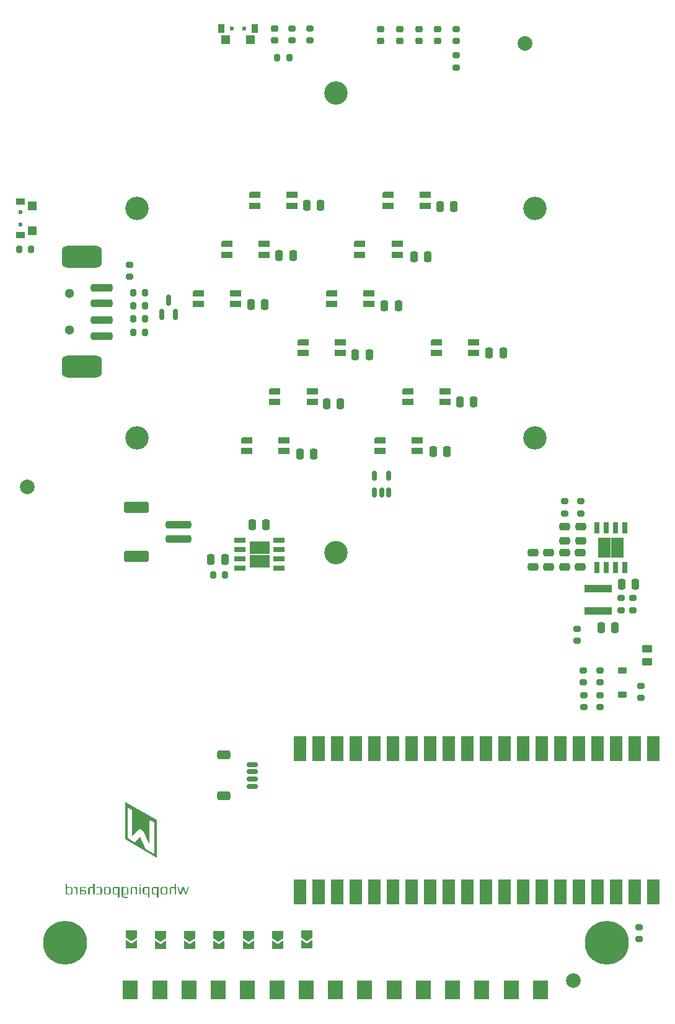
<source format=gbr>
%TF.GenerationSoftware,KiCad,Pcbnew,(7.0.0-0)*%
%TF.CreationDate,2023-03-26T20:27:34-07:00*%
%TF.ProjectId,voron_badge,766f726f-6e5f-4626-9164-67652e6b6963,rev?*%
%TF.SameCoordinates,Original*%
%TF.FileFunction,Soldermask,Bot*%
%TF.FilePolarity,Negative*%
%FSLAX46Y46*%
G04 Gerber Fmt 4.6, Leading zero omitted, Abs format (unit mm)*
G04 Created by KiCad (PCBNEW (7.0.0-0)) date 2023-03-26 20:27:34*
%MOMM*%
%LPD*%
G01*
G04 APERTURE LIST*
G04 Aperture macros list*
%AMRoundRect*
0 Rectangle with rounded corners*
0 $1 Rounding radius*
0 $2 $3 $4 $5 $6 $7 $8 $9 X,Y pos of 4 corners*
0 Add a 4 corners polygon primitive as box body*
4,1,4,$2,$3,$4,$5,$6,$7,$8,$9,$2,$3,0*
0 Add four circle primitives for the rounded corners*
1,1,$1+$1,$2,$3*
1,1,$1+$1,$4,$5*
1,1,$1+$1,$6,$7*
1,1,$1+$1,$8,$9*
0 Add four rect primitives between the rounded corners*
20,1,$1+$1,$2,$3,$4,$5,0*
20,1,$1+$1,$4,$5,$6,$7,0*
20,1,$1+$1,$6,$7,$8,$9,0*
20,1,$1+$1,$8,$9,$2,$3,0*%
%AMFreePoly0*
4,1,6,1.000000,0.000000,0.500000,-0.750000,-0.500000,-0.750000,-0.500000,0.750000,0.500000,0.750000,1.000000,0.000000,1.000000,0.000000,$1*%
%AMFreePoly1*
4,1,6,0.500000,-0.750000,-0.650000,-0.750000,-0.150000,0.000000,-0.650000,0.750000,0.500000,0.750000,0.500000,-0.750000,0.500000,-0.750000,$1*%
%AMFreePoly2*
4,1,18,-0.800000,0.164000,-0.554000,0.410000,0.677000,0.410000,0.724070,0.400637,0.763974,0.373974,0.790637,0.334070,0.800000,0.287000,0.800000,-0.287000,0.790637,-0.334070,0.763974,-0.373974,0.724070,-0.400637,0.677000,-0.410000,-0.677000,-0.410000,-0.724070,-0.400637,-0.763974,-0.373974,-0.790637,-0.334070,-0.800000,-0.287000,-0.800000,0.164000,-0.800000,0.164000,$1*%
G04 Aperture macros list end*
%ADD10C,0.150000*%
%ADD11C,2.000000*%
%ADD12C,3.200000*%
%ADD13FreePoly0,270.000000*%
%ADD14FreePoly1,270.000000*%
%ADD15C,1.300000*%
%ADD16RoundRect,0.250000X-1.250000X-0.250000X1.250000X-0.250000X1.250000X0.250000X-1.250000X0.250000X0*%
%ADD17RoundRect,0.750000X2.000000X-0.750000X2.000000X0.750000X-2.000000X0.750000X-2.000000X-0.750000X0*%
%ADD18C,0.600000*%
%ADD19R,1.300000X1.150000*%
%ADD20R,1.200000X0.900000*%
%ADD21RoundRect,0.200000X-0.200000X-0.275000X0.200000X-0.275000X0.200000X0.275000X-0.200000X0.275000X0*%
%ADD22RoundRect,0.200000X-0.275000X0.200000X-0.275000X-0.200000X0.275000X-0.200000X0.275000X0.200000X0*%
%ADD23R,1.500000X0.650000*%
%ADD24R,1.350000X1.800000*%
%ADD25FreePoly2,0.000000*%
%ADD26R,1.600000X0.820000*%
%ADD27RoundRect,0.250000X0.250000X0.475000X-0.250000X0.475000X-0.250000X-0.475000X0.250000X-0.475000X0*%
%ADD28RoundRect,0.250000X1.500000X-0.250000X1.500000X0.250000X-1.500000X0.250000X-1.500000X-0.250000X0*%
%ADD29RoundRect,0.250001X1.449999X-0.499999X1.449999X0.499999X-1.449999X0.499999X-1.449999X-0.499999X0*%
%ADD30RoundRect,0.200000X0.200000X0.275000X-0.200000X0.275000X-0.200000X-0.275000X0.200000X-0.275000X0*%
%ADD31C,0.900000*%
%ADD32C,6.000000*%
%ADD33RoundRect,0.250000X0.475000X-0.250000X0.475000X0.250000X-0.475000X0.250000X-0.475000X-0.250000X0*%
%ADD34RoundRect,0.218750X-0.256250X0.218750X-0.256250X-0.218750X0.256250X-0.218750X0.256250X0.218750X0*%
%ADD35RoundRect,0.250000X-0.475000X0.250000X-0.475000X-0.250000X0.475000X-0.250000X0.475000X0.250000X0*%
%ADD36RoundRect,0.225000X0.375000X-0.225000X0.375000X0.225000X-0.375000X0.225000X-0.375000X-0.225000X0*%
%ADD37RoundRect,0.150000X0.150000X-0.512500X0.150000X0.512500X-0.150000X0.512500X-0.150000X-0.512500X0*%
%ADD38RoundRect,0.150000X0.625000X-0.150000X0.625000X0.150000X-0.625000X0.150000X-0.625000X-0.150000X0*%
%ADD39RoundRect,0.250000X0.650000X-0.350000X0.650000X0.350000X-0.650000X0.350000X-0.650000X-0.350000X0*%
%ADD40RoundRect,0.218750X0.256250X-0.218750X0.256250X0.218750X-0.256250X0.218750X-0.256250X-0.218750X0*%
%ADD41R,1.700000X3.500000*%
%ADD42R,0.650000X1.500000*%
%ADD43R,1.800000X1.350000*%
%ADD44R,3.700000X1.100000*%
%ADD45R,1.150000X1.300000*%
%ADD46R,0.900000X1.200000*%
%ADD47RoundRect,0.200000X0.275000X-0.200000X0.275000X0.200000X-0.275000X0.200000X-0.275000X-0.200000X0*%
%ADD48RoundRect,0.250000X-0.250000X-0.475000X0.250000X-0.475000X0.250000X0.475000X-0.250000X0.475000X0*%
%ADD49RoundRect,0.250000X0.450000X-0.262500X0.450000X0.262500X-0.450000X0.262500X-0.450000X-0.262500X0*%
%ADD50R,2.000000X2.600000*%
%ADD51RoundRect,0.150000X0.150000X-0.587500X0.150000X0.587500X-0.150000X0.587500X-0.150000X-0.587500X0*%
G04 APERTURE END LIST*
D10*
G36*
X141422499Y-142736765D02*
G01*
X141214771Y-142736765D01*
X140966742Y-143568046D01*
X140954286Y-143568046D01*
X140715050Y-142736765D01*
X140502925Y-142736765D01*
X140254896Y-143568046D01*
X140242440Y-143568046D01*
X140002838Y-142736765D01*
X139809764Y-142736765D01*
X140143522Y-143745000D01*
X140368469Y-143745000D01*
X140613933Y-142940830D01*
X140855734Y-143745000D01*
X141080315Y-143745000D01*
X141422499Y-142736765D01*
G37*
G36*
X139620720Y-142291266D02*
G01*
X139431676Y-142291266D01*
X139431676Y-142870854D01*
X139426938Y-142851778D01*
X139420050Y-142833932D01*
X139411012Y-142817317D01*
X139399825Y-142801932D01*
X139386489Y-142787778D01*
X139371003Y-142774855D01*
X139353367Y-142763163D01*
X139333582Y-142752702D01*
X139311647Y-142743471D01*
X139287563Y-142735471D01*
X139261329Y-142728702D01*
X139232946Y-142723164D01*
X139217949Y-142720856D01*
X139202413Y-142718856D01*
X139186341Y-142717164D01*
X139169731Y-142715779D01*
X139152584Y-142714702D01*
X139134899Y-142713933D01*
X139116677Y-142713472D01*
X139097918Y-142713318D01*
X139073964Y-142713591D01*
X139050920Y-142714411D01*
X139028787Y-142715778D01*
X139007563Y-142717691D01*
X138987250Y-142720151D01*
X138967847Y-142723158D01*
X138949354Y-142726711D01*
X138931772Y-142730812D01*
X138915099Y-142735458D01*
X138899337Y-142740652D01*
X138884485Y-142746392D01*
X138870543Y-142752679D01*
X138857512Y-142759513D01*
X138839671Y-142770788D01*
X138823878Y-142783293D01*
X138809801Y-142797119D01*
X138797109Y-142812355D01*
X138785801Y-142829001D01*
X138775878Y-142847058D01*
X138767340Y-142866525D01*
X138760186Y-142887402D01*
X138756186Y-142902104D01*
X138752801Y-142917433D01*
X138750032Y-142933388D01*
X138747878Y-142949970D01*
X138746340Y-142967180D01*
X138745417Y-142985015D01*
X138745109Y-143003478D01*
X138745109Y-143745000D01*
X138934153Y-143745000D01*
X138934153Y-143020331D01*
X138934451Y-143003722D01*
X138935345Y-142988515D01*
X138937097Y-142972852D01*
X138939998Y-142957422D01*
X138940381Y-142955851D01*
X138944899Y-142941837D01*
X138951445Y-142927824D01*
X138960020Y-142913811D01*
X138965661Y-142906025D01*
X138977716Y-142893832D01*
X138993000Y-142883265D01*
X139006582Y-142876406D01*
X139021980Y-142870462D01*
X139039195Y-142865433D01*
X139058225Y-142861317D01*
X139079071Y-142858117D01*
X139093978Y-142856491D01*
X139109691Y-142855272D01*
X139126212Y-142854459D01*
X139143540Y-142854052D01*
X139152506Y-142854002D01*
X139173659Y-142854140D01*
X139193838Y-142854555D01*
X139213046Y-142855248D01*
X139231280Y-142856217D01*
X139248543Y-142857463D01*
X139264833Y-142858986D01*
X139280150Y-142860786D01*
X139299061Y-142863617D01*
X139316243Y-142866940D01*
X139327995Y-142869755D01*
X139342335Y-142873917D01*
X139358601Y-142880005D01*
X139373025Y-142887076D01*
X139385606Y-142895131D01*
X139398271Y-142906097D01*
X139408283Y-142918478D01*
X139409694Y-142920680D01*
X139417164Y-142934899D01*
X139423089Y-142951180D01*
X139426846Y-142966321D01*
X139429529Y-142982893D01*
X139431139Y-143000896D01*
X139431654Y-143016330D01*
X139431676Y-143020331D01*
X139431676Y-143745000D01*
X139620720Y-143745000D01*
X139620720Y-142291266D01*
G37*
G36*
X138161354Y-142715081D02*
G01*
X138177977Y-142717256D01*
X138194510Y-142719844D01*
X138210950Y-142722843D01*
X138227299Y-142726255D01*
X138243557Y-142730079D01*
X138259722Y-142734315D01*
X138275797Y-142738963D01*
X138291316Y-142744064D01*
X138305816Y-142749656D01*
X138319297Y-142755742D01*
X138334715Y-142764040D01*
X138348541Y-142773108D01*
X138360776Y-142782945D01*
X138371418Y-142793551D01*
X138378364Y-142801107D01*
X138389370Y-142814915D01*
X138397659Y-142827057D01*
X138405490Y-142840171D01*
X138412863Y-142854259D01*
X138419778Y-142869320D01*
X138426235Y-142885354D01*
X138432234Y-142902362D01*
X138437644Y-142920205D01*
X138442332Y-142938746D01*
X138445375Y-142953111D01*
X138448012Y-142967868D01*
X138450244Y-142983018D01*
X138452069Y-142998561D01*
X138453489Y-143014497D01*
X138454504Y-143030825D01*
X138455112Y-143047547D01*
X138455315Y-143064661D01*
X138455315Y-143410143D01*
X138455284Y-143417400D01*
X138454823Y-143438610D01*
X138453807Y-143458977D01*
X138452238Y-143478500D01*
X138450115Y-143497179D01*
X138447438Y-143515014D01*
X138444208Y-143532006D01*
X138440423Y-143548155D01*
X138436085Y-143563459D01*
X138431192Y-143577920D01*
X138423808Y-143595889D01*
X138415341Y-143612513D01*
X138405696Y-143627946D01*
X138394871Y-143642189D01*
X138382867Y-143655240D01*
X138369683Y-143667101D01*
X138355321Y-143677772D01*
X138339779Y-143687251D01*
X138323058Y-143695540D01*
X138306296Y-143702982D01*
X138289535Y-143709737D01*
X138272774Y-143715805D01*
X138256013Y-143721186D01*
X138239252Y-143725880D01*
X138222491Y-143729887D01*
X138205729Y-143733207D01*
X138188968Y-143735840D01*
X138180280Y-143736950D01*
X138161332Y-143738953D01*
X138145746Y-143740268D01*
X138128982Y-143741422D01*
X138111039Y-143742415D01*
X138091918Y-143743246D01*
X138071618Y-143743917D01*
X138050139Y-143744427D01*
X138035165Y-143744678D01*
X138019668Y-143744856D01*
X138003647Y-143744964D01*
X137987102Y-143745000D01*
X137977118Y-143745000D01*
X137962143Y-143745000D01*
X137947168Y-143745000D01*
X137932193Y-143745000D01*
X137917218Y-143745000D01*
X137902242Y-143745000D01*
X137887267Y-143745000D01*
X137872292Y-143745000D01*
X137857317Y-143745000D01*
X137842342Y-143745000D01*
X137827367Y-143745000D01*
X137810669Y-143743254D01*
X137794096Y-143741130D01*
X137777650Y-143738628D01*
X137761330Y-143735749D01*
X137745135Y-143732492D01*
X137729067Y-143728857D01*
X137713124Y-143724844D01*
X137697307Y-143720453D01*
X137682012Y-143715559D01*
X137667632Y-143710218D01*
X137654168Y-143704430D01*
X137638626Y-143696568D01*
X137624515Y-143688008D01*
X137611836Y-143678751D01*
X137600587Y-143668796D01*
X137585987Y-143652987D01*
X137572822Y-143635510D01*
X137564844Y-143622932D01*
X137557504Y-143609612D01*
X137550802Y-143595551D01*
X137544738Y-143580750D01*
X137539313Y-143565206D01*
X137534526Y-143548922D01*
X137530377Y-143531896D01*
X137526867Y-143514128D01*
X137523994Y-143495620D01*
X137521760Y-143476370D01*
X137520165Y-143456379D01*
X137519298Y-143437620D01*
X137711962Y-143437620D01*
X137712100Y-143450002D01*
X137712716Y-143465710D01*
X137713824Y-143480502D01*
X137715900Y-143497704D01*
X137718747Y-143513474D01*
X137722362Y-143527814D01*
X137727716Y-143543133D01*
X137733175Y-143554397D01*
X137742622Y-143568395D01*
X137754173Y-143580323D01*
X137767827Y-143590183D01*
X137781205Y-143596988D01*
X137785930Y-143599267D01*
X137800210Y-143605415D01*
X137814644Y-143610532D01*
X137829233Y-143614620D01*
X137843976Y-143617676D01*
X137858874Y-143619703D01*
X137869613Y-143620647D01*
X137885162Y-143621651D01*
X137903073Y-143622458D01*
X137919101Y-143622962D01*
X137936641Y-143623339D01*
X137955692Y-143623591D01*
X137970972Y-143623698D01*
X137987102Y-143623733D01*
X137997949Y-143623717D01*
X138013513Y-143623635D01*
X138032941Y-143623414D01*
X138050859Y-143623068D01*
X138067265Y-143622596D01*
X138082160Y-143621997D01*
X138098654Y-143621072D01*
X138115329Y-143619703D01*
X138120269Y-143619142D01*
X138135021Y-143616772D01*
X138149670Y-143613372D01*
X138164216Y-143608941D01*
X138178659Y-143603480D01*
X138192998Y-143596988D01*
X138204254Y-143591423D01*
X138218209Y-143581859D01*
X138230060Y-143570225D01*
X138239807Y-143556524D01*
X138246488Y-143543133D01*
X138249303Y-143535731D01*
X138254103Y-143519382D01*
X138257257Y-143504184D01*
X138259641Y-143487554D01*
X138261257Y-143469494D01*
X138261995Y-143454015D01*
X138262241Y-143437620D01*
X138262241Y-143036817D01*
X138262219Y-143031119D01*
X138261881Y-143014612D01*
X138261137Y-142998988D01*
X138259987Y-142984246D01*
X138257823Y-142965962D01*
X138254938Y-142949246D01*
X138251332Y-142934099D01*
X138245810Y-142917372D01*
X138239160Y-142903094D01*
X138237686Y-142900512D01*
X138229359Y-142888437D01*
X138217264Y-142875789D01*
X138205434Y-142866784D01*
X138192012Y-142859174D01*
X138176998Y-142852959D01*
X138160392Y-142848140D01*
X138149406Y-142845717D01*
X138133066Y-142842858D01*
X138114791Y-142840422D01*
X138099814Y-142838873D01*
X138083750Y-142837563D01*
X138066597Y-142836491D01*
X138048356Y-142835657D01*
X138029026Y-142835061D01*
X138008608Y-142834703D01*
X137987102Y-142834584D01*
X137972643Y-142834637D01*
X137951862Y-142834915D01*
X137932170Y-142835432D01*
X137913566Y-142836186D01*
X137896050Y-142837179D01*
X137879623Y-142838410D01*
X137864284Y-142839879D01*
X137845525Y-142842209D01*
X137828701Y-142844963D01*
X137813811Y-142848140D01*
X137810363Y-142848992D01*
X137794075Y-142854090D01*
X137779379Y-142860584D01*
X137766276Y-142868473D01*
X137754764Y-142877757D01*
X137743052Y-142890740D01*
X137735043Y-142903094D01*
X137733623Y-142905754D01*
X137727199Y-142920521D01*
X137721902Y-142937739D01*
X137718476Y-142953278D01*
X137715771Y-142970386D01*
X137713788Y-142989062D01*
X137712773Y-143004098D01*
X137712165Y-143020016D01*
X137711962Y-143036817D01*
X137711962Y-143437620D01*
X137519298Y-143437620D01*
X137519207Y-143435646D01*
X137518888Y-143414173D01*
X137518888Y-143068691D01*
X137519091Y-143051168D01*
X137519699Y-143034044D01*
X137520714Y-143017319D01*
X137522134Y-143000994D01*
X137523960Y-142985068D01*
X137526191Y-142969541D01*
X137528828Y-142954413D01*
X137531871Y-142939685D01*
X137536559Y-142920668D01*
X137541969Y-142902362D01*
X137545126Y-142893744D01*
X137551698Y-142877280D01*
X137558613Y-142861847D01*
X137565871Y-142847444D01*
X137573473Y-142834072D01*
X137581419Y-142821730D01*
X137591834Y-142807752D01*
X137602785Y-142795383D01*
X137614615Y-142784276D01*
X137627894Y-142774081D01*
X137642622Y-142764799D01*
X137658799Y-142756428D01*
X137672784Y-142750389D01*
X137687696Y-142744934D01*
X137703536Y-142740062D01*
X137711384Y-142738046D01*
X137726909Y-142734279D01*
X137742204Y-142730867D01*
X137757271Y-142727811D01*
X137772109Y-142725109D01*
X137786718Y-142722762D01*
X137804656Y-142720327D01*
X137822238Y-142718447D01*
X137829408Y-142717826D01*
X137845001Y-142716704D01*
X137862266Y-142715742D01*
X137881202Y-142714941D01*
X137896502Y-142714445D01*
X137912741Y-142714039D01*
X137929921Y-142713723D01*
X137948041Y-142713498D01*
X137967101Y-142713363D01*
X137987102Y-142713318D01*
X137997291Y-142713318D01*
X138012489Y-142713318D01*
X138027585Y-142713318D01*
X138042577Y-142713318D01*
X138057466Y-142713318D01*
X138072253Y-142713318D01*
X138086936Y-142713318D01*
X138106353Y-142713318D01*
X138125587Y-142713318D01*
X138144638Y-142713318D01*
X138161354Y-142715081D01*
G37*
G36*
X136708998Y-142713449D02*
G01*
X136728337Y-142713841D01*
X136747089Y-142714496D01*
X136765254Y-142715413D01*
X136782832Y-142716591D01*
X136799824Y-142718032D01*
X136816229Y-142719734D01*
X136832047Y-142721698D01*
X136847278Y-142723924D01*
X136861923Y-142726412D01*
X136889451Y-142732174D01*
X136914633Y-142738983D01*
X136937468Y-142746840D01*
X136957956Y-142755744D01*
X136976096Y-142765696D01*
X136991890Y-142776696D01*
X137005337Y-142788743D01*
X137016437Y-142801838D01*
X137025189Y-142815980D01*
X137031595Y-142831170D01*
X137035654Y-142847407D01*
X137037852Y-142847407D01*
X137037852Y-142735300D01*
X137224698Y-142735300D01*
X137224698Y-144190498D01*
X137035654Y-144190498D01*
X137035654Y-143686748D01*
X137026487Y-143701053D01*
X137015759Y-143711951D01*
X137002223Y-143721919D01*
X136989371Y-143729223D01*
X136974723Y-143735932D01*
X136958276Y-143742046D01*
X136940033Y-143747564D01*
X136930400Y-143750093D01*
X136915720Y-143753580D01*
X136900763Y-143756700D01*
X136885529Y-143759453D01*
X136870018Y-143761839D01*
X136854231Y-143763858D01*
X136838166Y-143765510D01*
X136821825Y-143766795D01*
X136805206Y-143767713D01*
X136788311Y-143768263D01*
X136771139Y-143768447D01*
X136760749Y-143768422D01*
X136745529Y-143768295D01*
X136730747Y-143768058D01*
X136711719Y-143767571D01*
X136693469Y-143766890D01*
X136675998Y-143766014D01*
X136659306Y-143764943D01*
X136643392Y-143763678D01*
X136628257Y-143762219D01*
X136611942Y-143760433D01*
X136595604Y-143758189D01*
X136579244Y-143755487D01*
X136562860Y-143752327D01*
X136546454Y-143748709D01*
X136530025Y-143744633D01*
X136513573Y-143740099D01*
X136497098Y-143735108D01*
X136492982Y-143733766D01*
X136477073Y-143728118D01*
X136462058Y-143722025D01*
X136447936Y-143715485D01*
X136434707Y-143708498D01*
X136419426Y-143699137D01*
X136405541Y-143689078D01*
X136393051Y-143678321D01*
X136385293Y-143670991D01*
X136372992Y-143657645D01*
X136363719Y-143645949D01*
X136354949Y-143633350D01*
X136346683Y-143619846D01*
X136338920Y-143605438D01*
X136331662Y-143590125D01*
X136324907Y-143573907D01*
X136321713Y-143565437D01*
X136315942Y-143547954D01*
X136310997Y-143529750D01*
X136306875Y-143510825D01*
X136304325Y-143496158D01*
X136302238Y-143481086D01*
X136300615Y-143465607D01*
X136299456Y-143449723D01*
X136299284Y-143445680D01*
X136491603Y-143445680D01*
X136491825Y-143461436D01*
X136492491Y-143476420D01*
X136494071Y-143495196D01*
X136496441Y-143512599D01*
X136499601Y-143528627D01*
X136503551Y-143543282D01*
X136509599Y-143559668D01*
X136516882Y-143573907D01*
X136520169Y-143579026D01*
X136529502Y-143590935D01*
X136540426Y-143601574D01*
X136552943Y-143610942D01*
X136567052Y-143619040D01*
X136582753Y-143625869D01*
X136600046Y-143631427D01*
X136611285Y-143634242D01*
X136627683Y-143637565D01*
X136645695Y-143640396D01*
X136660263Y-143642196D01*
X136675740Y-143643719D01*
X136692124Y-143644965D01*
X136709417Y-143645934D01*
X136727617Y-143646626D01*
X136746726Y-143647042D01*
X136766742Y-143647180D01*
X136779963Y-143647119D01*
X136799053Y-143646796D01*
X136817255Y-143646196D01*
X136834568Y-143645319D01*
X136850992Y-143644165D01*
X136866527Y-143642734D01*
X136881174Y-143641026D01*
X136899320Y-143638319D01*
X136915887Y-143635119D01*
X136930873Y-143631427D01*
X136937800Y-143629356D01*
X136954014Y-143623290D01*
X136968655Y-143615953D01*
X136981721Y-143607347D01*
X136993213Y-143597471D01*
X137003130Y-143586324D01*
X137011474Y-143573907D01*
X137018439Y-143559668D01*
X137024225Y-143543282D01*
X137028003Y-143528627D01*
X137031025Y-143512599D01*
X137033292Y-143495196D01*
X137034804Y-143476420D01*
X137035441Y-143461436D01*
X137035654Y-143445680D01*
X137035654Y-143072355D01*
X137035563Y-143060466D01*
X137035090Y-143043391D01*
X137034211Y-143027223D01*
X137032926Y-143011964D01*
X137030582Y-142993030D01*
X137027517Y-142975711D01*
X137023730Y-142960006D01*
X137019222Y-142945915D01*
X137012573Y-142930572D01*
X137009564Y-142925053D01*
X137000967Y-142912259D01*
X136990831Y-142900896D01*
X136979157Y-142890964D01*
X136965944Y-142882464D01*
X136951193Y-142875394D01*
X136934903Y-142869755D01*
X136927858Y-142867848D01*
X136912436Y-142864401D01*
X136895240Y-142861448D01*
X136876269Y-142858986D01*
X136860877Y-142857463D01*
X136844486Y-142856217D01*
X136827097Y-142855248D01*
X136808710Y-142854555D01*
X136789324Y-142854140D01*
X136768940Y-142854002D01*
X136755229Y-142854063D01*
X136735451Y-142854386D01*
X136716619Y-142854986D01*
X136698734Y-142855863D01*
X136681796Y-142857017D01*
X136665804Y-142858448D01*
X136650759Y-142860155D01*
X136632172Y-142862863D01*
X136615268Y-142866063D01*
X136600046Y-142869755D01*
X136592938Y-142871843D01*
X136576282Y-142878103D01*
X136561218Y-142885847D01*
X136547745Y-142895076D01*
X136535865Y-142905789D01*
X136525578Y-142917988D01*
X136516882Y-142931671D01*
X136510957Y-142943967D01*
X136505822Y-142957774D01*
X136501477Y-142973093D01*
X136497922Y-142989923D01*
X136495158Y-143008264D01*
X136493602Y-143023011D01*
X136492491Y-143038609D01*
X136491825Y-143055057D01*
X136491603Y-143072355D01*
X136491603Y-143445680D01*
X136299284Y-143445680D01*
X136298761Y-143433433D01*
X136298529Y-143416737D01*
X136298529Y-143000181D01*
X136298625Y-142992371D01*
X136299398Y-142977015D01*
X136300944Y-142962011D01*
X136303262Y-142947360D01*
X136308189Y-142926042D01*
X136314854Y-142905517D01*
X136323258Y-142885784D01*
X136333401Y-142866843D01*
X136345283Y-142848694D01*
X136354170Y-142837034D01*
X136363830Y-142825727D01*
X136374263Y-142814772D01*
X136385469Y-142804169D01*
X136397447Y-142793918D01*
X136410135Y-142784158D01*
X136423562Y-142775027D01*
X136437727Y-142766526D01*
X136452631Y-142758655D01*
X136468273Y-142751414D01*
X136484653Y-142744802D01*
X136501772Y-142738820D01*
X136519630Y-142733468D01*
X136538225Y-142728745D01*
X136557560Y-142724652D01*
X136577632Y-142721189D01*
X136598444Y-142718355D01*
X136619993Y-142716151D01*
X136642281Y-142714577D01*
X136665308Y-142713633D01*
X136689073Y-142713318D01*
X136708998Y-142713449D01*
G37*
G36*
X135494134Y-142713449D02*
G01*
X135513473Y-142713841D01*
X135532225Y-142714496D01*
X135550390Y-142715413D01*
X135567968Y-142716591D01*
X135584960Y-142718032D01*
X135601365Y-142719734D01*
X135617183Y-142721698D01*
X135632414Y-142723924D01*
X135647059Y-142726412D01*
X135674587Y-142732174D01*
X135699769Y-142738983D01*
X135722604Y-142746840D01*
X135743092Y-142755744D01*
X135761233Y-142765696D01*
X135777026Y-142776696D01*
X135790473Y-142788743D01*
X135801573Y-142801838D01*
X135810325Y-142815980D01*
X135816731Y-142831170D01*
X135820790Y-142847407D01*
X135822988Y-142847407D01*
X135822988Y-142735300D01*
X136009834Y-142735300D01*
X136009834Y-144190498D01*
X135820790Y-144190498D01*
X135820790Y-143686748D01*
X135811623Y-143701053D01*
X135800895Y-143711951D01*
X135787359Y-143721919D01*
X135774508Y-143729223D01*
X135759859Y-143735932D01*
X135743412Y-143742046D01*
X135725169Y-143747564D01*
X135715536Y-143750093D01*
X135700856Y-143753580D01*
X135685899Y-143756700D01*
X135670665Y-143759453D01*
X135655154Y-143761839D01*
X135639367Y-143763858D01*
X135623302Y-143765510D01*
X135606961Y-143766795D01*
X135590342Y-143767713D01*
X135573447Y-143768263D01*
X135556275Y-143768447D01*
X135545885Y-143768422D01*
X135530665Y-143768295D01*
X135515883Y-143768058D01*
X135496855Y-143767571D01*
X135478605Y-143766890D01*
X135461134Y-143766014D01*
X135444442Y-143764943D01*
X135428528Y-143763678D01*
X135413393Y-143762219D01*
X135397078Y-143760433D01*
X135380740Y-143758189D01*
X135364380Y-143755487D01*
X135347997Y-143752327D01*
X135331590Y-143748709D01*
X135315161Y-143744633D01*
X135298709Y-143740099D01*
X135282234Y-143735108D01*
X135278118Y-143733766D01*
X135262209Y-143728118D01*
X135247194Y-143722025D01*
X135233072Y-143715485D01*
X135219843Y-143708498D01*
X135204562Y-143699137D01*
X135190677Y-143689078D01*
X135178187Y-143678321D01*
X135170429Y-143670991D01*
X135158128Y-143657645D01*
X135148855Y-143645949D01*
X135140085Y-143633350D01*
X135131819Y-143619846D01*
X135124056Y-143605438D01*
X135116798Y-143590125D01*
X135110043Y-143573907D01*
X135106849Y-143565437D01*
X135101079Y-143547954D01*
X135096133Y-143529750D01*
X135092011Y-143510825D01*
X135089461Y-143496158D01*
X135087374Y-143481086D01*
X135085751Y-143465607D01*
X135084592Y-143449723D01*
X135084420Y-143445680D01*
X135276739Y-143445680D01*
X135276961Y-143461436D01*
X135277627Y-143476420D01*
X135279207Y-143495196D01*
X135281577Y-143512599D01*
X135284737Y-143528627D01*
X135288687Y-143543282D01*
X135294735Y-143559668D01*
X135302018Y-143573907D01*
X135305305Y-143579026D01*
X135314638Y-143590935D01*
X135325562Y-143601574D01*
X135338079Y-143610942D01*
X135352188Y-143619040D01*
X135367889Y-143625869D01*
X135385183Y-143631427D01*
X135396421Y-143634242D01*
X135412819Y-143637565D01*
X135430831Y-143640396D01*
X135445399Y-143642196D01*
X135460876Y-143643719D01*
X135477260Y-143644965D01*
X135494553Y-143645934D01*
X135512753Y-143646626D01*
X135531862Y-143647042D01*
X135551878Y-143647180D01*
X135565099Y-143647119D01*
X135584189Y-143646796D01*
X135602391Y-143646196D01*
X135619704Y-143645319D01*
X135636128Y-143644165D01*
X135651663Y-143642734D01*
X135666310Y-143641026D01*
X135684456Y-143638319D01*
X135701023Y-143635119D01*
X135716009Y-143631427D01*
X135722936Y-143629356D01*
X135739151Y-143623290D01*
X135753791Y-143615953D01*
X135766857Y-143607347D01*
X135778349Y-143597471D01*
X135788266Y-143586324D01*
X135796610Y-143573907D01*
X135803576Y-143559668D01*
X135809361Y-143543282D01*
X135813139Y-143528627D01*
X135816161Y-143512599D01*
X135818428Y-143495196D01*
X135819940Y-143476420D01*
X135820577Y-143461436D01*
X135820790Y-143445680D01*
X135820790Y-143072355D01*
X135820700Y-143060466D01*
X135820226Y-143043391D01*
X135819347Y-143027223D01*
X135818062Y-143011964D01*
X135815718Y-142993030D01*
X135812653Y-142975711D01*
X135808866Y-142960006D01*
X135804358Y-142945915D01*
X135797709Y-142930572D01*
X135794701Y-142925053D01*
X135786103Y-142912259D01*
X135775967Y-142900896D01*
X135764293Y-142890964D01*
X135751080Y-142882464D01*
X135736329Y-142875394D01*
X135720039Y-142869755D01*
X135712994Y-142867848D01*
X135697572Y-142864401D01*
X135680376Y-142861448D01*
X135661405Y-142858986D01*
X135646013Y-142857463D01*
X135629622Y-142856217D01*
X135612233Y-142855248D01*
X135593846Y-142854555D01*
X135574460Y-142854140D01*
X135554076Y-142854002D01*
X135540365Y-142854063D01*
X135520587Y-142854386D01*
X135501755Y-142854986D01*
X135483870Y-142855863D01*
X135466932Y-142857017D01*
X135450940Y-142858448D01*
X135435895Y-142860155D01*
X135417308Y-142862863D01*
X135400404Y-142866063D01*
X135385183Y-142869755D01*
X135378074Y-142871843D01*
X135361418Y-142878103D01*
X135346354Y-142885847D01*
X135332882Y-142895076D01*
X135321002Y-142905789D01*
X135310714Y-142917988D01*
X135302018Y-142931671D01*
X135296093Y-142943967D01*
X135290958Y-142957774D01*
X135286613Y-142973093D01*
X135283059Y-142989923D01*
X135280294Y-143008264D01*
X135278738Y-143023011D01*
X135277627Y-143038609D01*
X135276961Y-143055057D01*
X135276739Y-143072355D01*
X135276739Y-143445680D01*
X135084420Y-143445680D01*
X135083897Y-143433433D01*
X135083665Y-143416737D01*
X135083665Y-143000181D01*
X135083761Y-142992371D01*
X135084534Y-142977015D01*
X135086080Y-142962011D01*
X135088398Y-142947360D01*
X135093325Y-142926042D01*
X135099990Y-142905517D01*
X135108394Y-142885784D01*
X135118537Y-142866843D01*
X135130419Y-142848694D01*
X135139306Y-142837034D01*
X135148966Y-142825727D01*
X135159399Y-142814772D01*
X135170605Y-142804169D01*
X135182583Y-142793918D01*
X135195271Y-142784158D01*
X135208698Y-142775027D01*
X135222863Y-142766526D01*
X135237767Y-142758655D01*
X135253409Y-142751414D01*
X135269789Y-142744802D01*
X135286908Y-142738820D01*
X135304766Y-142733468D01*
X135323361Y-142728745D01*
X135342696Y-142724652D01*
X135362768Y-142721189D01*
X135383580Y-142718355D01*
X135405129Y-142716151D01*
X135427417Y-142714577D01*
X135450444Y-142713633D01*
X135474209Y-142713318D01*
X135494134Y-142713449D01*
G37*
G36*
X134794970Y-142361608D02*
G01*
X134605926Y-142361608D01*
X134605926Y-142549187D01*
X134794970Y-142549187D01*
X134794970Y-142361608D01*
G37*
G36*
X134794970Y-142736765D02*
G01*
X134605926Y-142736765D01*
X134605926Y-143745000D01*
X134794970Y-143745000D01*
X134794970Y-142736765D01*
G37*
G36*
X134279129Y-142736765D02*
G01*
X134090085Y-142736765D01*
X134090085Y-142856933D01*
X134085346Y-142839542D01*
X134078459Y-142823273D01*
X134069421Y-142808126D01*
X134058234Y-142794101D01*
X134044898Y-142781198D01*
X134029411Y-142769417D01*
X134011776Y-142758758D01*
X133991991Y-142749221D01*
X133970056Y-142740806D01*
X133945972Y-142733514D01*
X133919738Y-142727343D01*
X133891355Y-142722294D01*
X133876357Y-142720190D01*
X133860822Y-142718367D01*
X133844750Y-142716824D01*
X133828140Y-142715562D01*
X133810993Y-142714580D01*
X133793308Y-142713879D01*
X133775086Y-142713458D01*
X133756327Y-142713318D01*
X133732373Y-142713591D01*
X133709329Y-142714411D01*
X133687196Y-142715778D01*
X133665972Y-142717691D01*
X133645659Y-142720151D01*
X133626256Y-142723158D01*
X133607763Y-142726711D01*
X133590181Y-142730812D01*
X133573508Y-142735458D01*
X133557746Y-142740652D01*
X133542894Y-142746392D01*
X133528952Y-142752679D01*
X133515920Y-142759513D01*
X133498080Y-142770788D01*
X133482287Y-142783293D01*
X133468210Y-142797119D01*
X133455518Y-142812355D01*
X133444210Y-142829001D01*
X133434287Y-142847058D01*
X133425749Y-142866525D01*
X133418595Y-142887402D01*
X133414595Y-142902104D01*
X133411210Y-142917433D01*
X133408441Y-142933388D01*
X133406287Y-142949970D01*
X133404749Y-142967180D01*
X133403826Y-142985015D01*
X133403518Y-143003478D01*
X133403518Y-143745000D01*
X133592562Y-143745000D01*
X133592562Y-143003845D01*
X133592860Y-142987075D01*
X133593754Y-142971708D01*
X133595506Y-142955862D01*
X133598407Y-142940226D01*
X133598790Y-142938632D01*
X133603308Y-142924206D01*
X133609854Y-142909781D01*
X133617376Y-142896958D01*
X133624069Y-142887341D01*
X133636125Y-142874976D01*
X133651409Y-142864260D01*
X133664991Y-142857305D01*
X133680389Y-142851277D01*
X133697604Y-142846176D01*
X133716634Y-142842003D01*
X133737480Y-142838757D01*
X133752386Y-142837109D01*
X133768100Y-142835872D01*
X133784621Y-142835048D01*
X133801949Y-142834636D01*
X133810915Y-142834584D01*
X133831282Y-142834726D01*
X133850753Y-142835151D01*
X133869329Y-142835859D01*
X133887010Y-142836851D01*
X133903796Y-142838126D01*
X133919687Y-142839685D01*
X133934682Y-142841527D01*
X133953284Y-142844423D01*
X133970294Y-142847823D01*
X133982007Y-142850704D01*
X133996381Y-142854958D01*
X134012787Y-142861160D01*
X134027458Y-142868346D01*
X134040393Y-142876515D01*
X134053626Y-142887618D01*
X134064359Y-142900137D01*
X134065905Y-142902362D01*
X134074122Y-142916869D01*
X134079671Y-142930552D01*
X134084040Y-142945684D01*
X134087228Y-142962265D01*
X134089235Y-142980296D01*
X134089990Y-142995763D01*
X134090085Y-143003845D01*
X134090085Y-143745000D01*
X134279129Y-143745000D01*
X134279129Y-142736765D01*
G37*
G36*
X132723058Y-142713621D02*
G01*
X132749438Y-142714531D01*
X132774841Y-142716048D01*
X132799269Y-142718172D01*
X132822721Y-142720903D01*
X132845196Y-142724240D01*
X132866696Y-142728184D01*
X132887219Y-142732735D01*
X132906767Y-142737893D01*
X132925338Y-142743657D01*
X132942934Y-142750029D01*
X132959553Y-142757007D01*
X132975197Y-142764592D01*
X132989864Y-142772783D01*
X133003556Y-142781582D01*
X133016271Y-142790987D01*
X133028072Y-142801051D01*
X133039112Y-142811915D01*
X133049390Y-142823582D01*
X133058907Y-142836050D01*
X133067662Y-142849319D01*
X133075657Y-142863390D01*
X133082889Y-142878262D01*
X133089361Y-142893935D01*
X133095071Y-142910410D01*
X133100020Y-142927687D01*
X133104207Y-142945764D01*
X133107633Y-142964644D01*
X133110298Y-142984324D01*
X133112201Y-143004806D01*
X133113343Y-143026090D01*
X133113724Y-143048175D01*
X133113724Y-143460701D01*
X133113688Y-143467844D01*
X133113152Y-143488711D01*
X133111971Y-143508734D01*
X133110146Y-143527913D01*
X133107678Y-143546249D01*
X133104565Y-143563741D01*
X133100808Y-143580389D01*
X133096408Y-143596194D01*
X133091363Y-143611155D01*
X133085674Y-143625273D01*
X133077088Y-143642784D01*
X133072268Y-143651017D01*
X133061460Y-143666599D01*
X133049095Y-143681002D01*
X133035173Y-143694225D01*
X133023710Y-143703369D01*
X133011371Y-143711849D01*
X132998156Y-143719666D01*
X132984065Y-143726820D01*
X132969099Y-143733311D01*
X132953257Y-143739138D01*
X132942082Y-143742687D01*
X132924291Y-143747581D01*
X132905263Y-143751960D01*
X132884998Y-143755824D01*
X132863497Y-143759173D01*
X132848476Y-143761120D01*
X132832906Y-143762837D01*
X132816786Y-143764325D01*
X132800116Y-143765585D01*
X132782897Y-143766615D01*
X132765128Y-143767416D01*
X132746810Y-143767989D01*
X132727942Y-143768332D01*
X132708525Y-143768447D01*
X132700303Y-143768416D01*
X132684123Y-143768170D01*
X132668295Y-143767678D01*
X132652819Y-143766939D01*
X132637695Y-143765955D01*
X132622923Y-143764724D01*
X132601425Y-143762416D01*
X132580720Y-143759555D01*
X132560806Y-143756139D01*
X132541685Y-143752170D01*
X132523355Y-143747647D01*
X132505818Y-143742570D01*
X132489073Y-143736939D01*
X132478497Y-143732862D01*
X132463846Y-143726226D01*
X132450651Y-143718965D01*
X132435320Y-143708312D01*
X132422578Y-143696548D01*
X132412423Y-143683674D01*
X132404855Y-143669689D01*
X132399875Y-143654593D01*
X132397482Y-143638387D01*
X132397482Y-143886050D01*
X132397741Y-143899678D01*
X132399101Y-143919192D01*
X132401626Y-143937593D01*
X132405318Y-143954879D01*
X132410174Y-143971051D01*
X132416197Y-143986108D01*
X132423385Y-144000052D01*
X132431739Y-144012882D01*
X132441258Y-144024597D01*
X132451943Y-144035198D01*
X132463794Y-144044685D01*
X132472389Y-144050497D01*
X132486430Y-144058512D01*
X132501850Y-144065683D01*
X132518648Y-144072010D01*
X132536823Y-144077494D01*
X132556377Y-144082134D01*
X132577310Y-144085930D01*
X132592030Y-144087992D01*
X132607363Y-144089680D01*
X132623308Y-144090992D01*
X132639866Y-144091929D01*
X132657037Y-144092492D01*
X132674820Y-144092679D01*
X132689779Y-144092563D01*
X132705806Y-144092216D01*
X132722901Y-144091636D01*
X132741063Y-144090824D01*
X132760293Y-144089781D01*
X132780590Y-144088506D01*
X132801955Y-144086999D01*
X132824388Y-144085260D01*
X132847888Y-144083290D01*
X132872456Y-144081087D01*
X132898092Y-144078653D01*
X132924795Y-144075987D01*
X132952565Y-144073089D01*
X132981404Y-144069959D01*
X132996223Y-144068307D01*
X133011310Y-144066597D01*
X133026663Y-144064829D01*
X133042283Y-144063004D01*
X133042283Y-144192697D01*
X133024169Y-144195270D01*
X133005549Y-144197677D01*
X132986423Y-144199918D01*
X132966789Y-144201993D01*
X132946649Y-144203902D01*
X132926002Y-144205645D01*
X132904849Y-144207222D01*
X132883189Y-144208633D01*
X132861023Y-144209879D01*
X132838350Y-144210958D01*
X132815170Y-144211871D01*
X132791484Y-144212618D01*
X132767291Y-144213199D01*
X132742591Y-144213614D01*
X132717385Y-144213863D01*
X132691672Y-144213946D01*
X132670900Y-144213818D01*
X132650622Y-144213436D01*
X132630840Y-144212799D01*
X132611553Y-144211908D01*
X132592761Y-144210762D01*
X132574464Y-144209360D01*
X132556663Y-144207705D01*
X132539356Y-144205794D01*
X132522545Y-144203629D01*
X132506229Y-144201209D01*
X132490408Y-144198534D01*
X132475082Y-144195605D01*
X132460252Y-144192420D01*
X132438934Y-144187166D01*
X132418731Y-144181339D01*
X132405794Y-144177079D01*
X132387161Y-144169996D01*
X132369455Y-144162082D01*
X132352677Y-144153338D01*
X132336826Y-144143763D01*
X132321902Y-144133357D01*
X132307906Y-144122120D01*
X132294837Y-144110053D01*
X132282695Y-144097154D01*
X132271481Y-144083425D01*
X132261194Y-144068866D01*
X132251832Y-144053353D01*
X132243390Y-144036764D01*
X132235869Y-144019100D01*
X132229269Y-144000361D01*
X132223590Y-143980546D01*
X132218832Y-143959656D01*
X132216172Y-143945132D01*
X132213921Y-143930129D01*
X132212079Y-143914649D01*
X132210646Y-143898691D01*
X132209623Y-143882254D01*
X132209009Y-143865340D01*
X132208804Y-143847948D01*
X132208804Y-143474989D01*
X132397482Y-143474989D01*
X132398020Y-143493182D01*
X132399633Y-143510254D01*
X132402322Y-143526206D01*
X132406086Y-143541038D01*
X132412778Y-143559070D01*
X132421381Y-143575110D01*
X132431897Y-143589157D01*
X132444325Y-143601213D01*
X132458665Y-143611277D01*
X132462552Y-143613485D01*
X132479826Y-143621620D01*
X132494591Y-143626984D01*
X132510909Y-143631718D01*
X132528779Y-143635820D01*
X132548201Y-143639291D01*
X132569175Y-143642131D01*
X132584020Y-143643674D01*
X132599555Y-143644936D01*
X132615779Y-143645918D01*
X132632694Y-143646619D01*
X132650298Y-143647040D01*
X132668591Y-143647180D01*
X132675226Y-143647167D01*
X132694517Y-143646968D01*
X132712888Y-143646532D01*
X132730337Y-143645856D01*
X132746865Y-143644943D01*
X132762472Y-143643791D01*
X132781850Y-143641885D01*
X132799590Y-143639555D01*
X132815692Y-143636802D01*
X132830158Y-143633625D01*
X132843284Y-143629795D01*
X132858227Y-143624026D01*
X132871542Y-143617166D01*
X132885370Y-143607493D01*
X132896855Y-143596248D01*
X132905996Y-143583433D01*
X132912012Y-143571222D01*
X132917008Y-143557258D01*
X132920985Y-143541541D01*
X132923942Y-143524070D01*
X132925573Y-143508832D01*
X132926552Y-143492471D01*
X132926878Y-143474989D01*
X132926878Y-143008974D01*
X132926704Y-142996140D01*
X132925932Y-142979920D01*
X132924541Y-142964718D01*
X132921932Y-142947150D01*
X132918358Y-142931173D01*
X132913818Y-142916789D01*
X132907095Y-142901629D01*
X132901536Y-142892642D01*
X132891245Y-142880491D01*
X132878610Y-142869938D01*
X132863630Y-142860983D01*
X132849357Y-142854739D01*
X132833455Y-142849605D01*
X132826559Y-142847786D01*
X132811504Y-142844500D01*
X132794765Y-142841684D01*
X132776344Y-142839337D01*
X132761424Y-142837885D01*
X132745557Y-142836697D01*
X132728743Y-142835772D01*
X132710982Y-142835112D01*
X132692275Y-142834716D01*
X132672621Y-142834584D01*
X132658684Y-142834647D01*
X132638577Y-142834978D01*
X132619430Y-142835592D01*
X132601242Y-142836489D01*
X132584014Y-142837670D01*
X132567746Y-142839134D01*
X132552437Y-142840881D01*
X132533518Y-142843652D01*
X132516304Y-142846926D01*
X132500797Y-142850704D01*
X132483267Y-142856128D01*
X132467545Y-142862554D01*
X132453629Y-142869981D01*
X132441520Y-142878411D01*
X132429374Y-142889848D01*
X132419830Y-142902728D01*
X132413392Y-142914885D01*
X132408045Y-142928688D01*
X132403789Y-142944137D01*
X132400625Y-142961232D01*
X132398879Y-142976092D01*
X132397831Y-142992006D01*
X132397482Y-143008974D01*
X132397482Y-143474989D01*
X132208804Y-143474989D01*
X132208804Y-142733101D01*
X132385026Y-142733101D01*
X132385026Y-142824692D01*
X132391649Y-142811206D01*
X132399978Y-142798589D01*
X132410013Y-142786842D01*
X132421754Y-142775966D01*
X132435200Y-142765960D01*
X132450353Y-142756823D01*
X132467211Y-142748557D01*
X132485776Y-142741161D01*
X132506046Y-142734636D01*
X132528022Y-142728980D01*
X132551704Y-142724194D01*
X132577092Y-142720279D01*
X132604186Y-142717233D01*
X132632985Y-142715058D01*
X132648025Y-142714297D01*
X132663491Y-142713753D01*
X132679383Y-142713426D01*
X132695702Y-142713318D01*
X132723058Y-142713621D01*
G37*
G36*
X131365942Y-142713449D02*
G01*
X131385280Y-142713841D01*
X131404032Y-142714496D01*
X131422197Y-142715413D01*
X131439776Y-142716591D01*
X131456767Y-142718032D01*
X131473172Y-142719734D01*
X131488990Y-142721698D01*
X131504221Y-142723924D01*
X131518866Y-142726412D01*
X131546395Y-142732174D01*
X131571577Y-142738983D01*
X131594411Y-142746840D01*
X131614899Y-142755744D01*
X131633040Y-142765696D01*
X131648834Y-142776696D01*
X131662280Y-142788743D01*
X131673380Y-142801838D01*
X131682133Y-142815980D01*
X131688538Y-142831170D01*
X131692597Y-142847407D01*
X131694795Y-142847407D01*
X131694795Y-142735300D01*
X131881641Y-142735300D01*
X131881641Y-144190498D01*
X131692597Y-144190498D01*
X131692597Y-143686748D01*
X131683431Y-143701053D01*
X131672703Y-143711951D01*
X131659166Y-143721919D01*
X131646315Y-143729223D01*
X131631666Y-143735932D01*
X131615220Y-143742046D01*
X131596976Y-143747564D01*
X131587343Y-143750093D01*
X131572663Y-143753580D01*
X131557706Y-143756700D01*
X131542473Y-143759453D01*
X131526962Y-143761839D01*
X131511174Y-143763858D01*
X131495110Y-143765510D01*
X131478768Y-143766795D01*
X131462150Y-143767713D01*
X131445254Y-143768263D01*
X131428082Y-143768447D01*
X131417692Y-143768422D01*
X131402472Y-143768295D01*
X131387690Y-143768058D01*
X131368662Y-143767571D01*
X131350413Y-143766890D01*
X131332942Y-143766014D01*
X131316249Y-143764943D01*
X131300335Y-143763678D01*
X131285200Y-143762219D01*
X131268885Y-143760433D01*
X131252548Y-143758189D01*
X131236187Y-143755487D01*
X131219804Y-143752327D01*
X131203398Y-143748709D01*
X131186969Y-143744633D01*
X131170517Y-143740099D01*
X131154042Y-143735108D01*
X131149925Y-143733766D01*
X131134017Y-143728118D01*
X131119002Y-143722025D01*
X131104879Y-143715485D01*
X131091650Y-143708498D01*
X131076369Y-143699137D01*
X131062484Y-143689078D01*
X131049994Y-143678321D01*
X131042236Y-143670991D01*
X131029936Y-143657645D01*
X131020662Y-143645949D01*
X131011892Y-143633350D01*
X131003626Y-143619846D01*
X130995864Y-143605438D01*
X130988605Y-143590125D01*
X130981850Y-143573907D01*
X130978656Y-143565437D01*
X130972886Y-143547954D01*
X130967940Y-143529750D01*
X130963818Y-143510825D01*
X130961268Y-143496158D01*
X130959182Y-143481086D01*
X130957559Y-143465607D01*
X130956400Y-143449723D01*
X130956227Y-143445680D01*
X131148546Y-143445680D01*
X131148768Y-143461436D01*
X131149435Y-143476420D01*
X131151015Y-143495196D01*
X131153385Y-143512599D01*
X131156545Y-143528627D01*
X131160494Y-143543282D01*
X131166543Y-143559668D01*
X131173825Y-143573907D01*
X131177113Y-143579026D01*
X131186445Y-143590935D01*
X131197370Y-143601574D01*
X131209887Y-143610942D01*
X131223996Y-143619040D01*
X131239697Y-143625869D01*
X131256990Y-143631427D01*
X131268229Y-143634242D01*
X131284626Y-143637565D01*
X131302638Y-143640396D01*
X131317207Y-143642196D01*
X131332683Y-143643719D01*
X131349068Y-143644965D01*
X131366360Y-143645934D01*
X131384561Y-143646626D01*
X131403669Y-143647042D01*
X131423686Y-143647180D01*
X131436906Y-143647119D01*
X131455997Y-143646796D01*
X131474198Y-143646196D01*
X131491511Y-143645319D01*
X131507935Y-143644165D01*
X131523471Y-143642734D01*
X131538117Y-143641026D01*
X131556264Y-143638319D01*
X131572830Y-143635119D01*
X131587817Y-143631427D01*
X131594743Y-143629356D01*
X131610958Y-143623290D01*
X131625598Y-143615953D01*
X131638664Y-143607347D01*
X131650156Y-143597471D01*
X131660074Y-143586324D01*
X131668417Y-143573907D01*
X131675383Y-143559668D01*
X131681168Y-143543282D01*
X131684946Y-143528627D01*
X131687969Y-143512599D01*
X131690236Y-143495196D01*
X131691747Y-143476420D01*
X131692385Y-143461436D01*
X131692597Y-143445680D01*
X131692597Y-143072355D01*
X131692507Y-143060466D01*
X131692034Y-143043391D01*
X131691155Y-143027223D01*
X131689870Y-143011964D01*
X131687526Y-142993030D01*
X131684460Y-142975711D01*
X131680673Y-142960006D01*
X131676165Y-142945915D01*
X131669516Y-142930572D01*
X131666508Y-142925053D01*
X131657911Y-142912259D01*
X131647775Y-142900896D01*
X131636100Y-142890964D01*
X131622888Y-142882464D01*
X131608137Y-142875394D01*
X131591847Y-142869755D01*
X131584802Y-142867848D01*
X131569380Y-142864401D01*
X131552184Y-142861448D01*
X131533213Y-142858986D01*
X131517820Y-142857463D01*
X131501429Y-142856217D01*
X131484040Y-142855248D01*
X131465653Y-142854555D01*
X131446268Y-142854140D01*
X131425884Y-142854002D01*
X131412172Y-142854063D01*
X131392394Y-142854386D01*
X131373562Y-142854986D01*
X131355678Y-142855863D01*
X131338739Y-142857017D01*
X131322748Y-142858448D01*
X131307703Y-142860155D01*
X131289116Y-142862863D01*
X131272211Y-142866063D01*
X131256990Y-142869755D01*
X131249882Y-142871843D01*
X131233225Y-142878103D01*
X131218161Y-142885847D01*
X131204689Y-142895076D01*
X131192809Y-142905789D01*
X131182521Y-142917988D01*
X131173825Y-142931671D01*
X131167900Y-142943967D01*
X131162766Y-142957774D01*
X131158421Y-142973093D01*
X131154866Y-142989923D01*
X131152101Y-143008264D01*
X131150546Y-143023011D01*
X131149435Y-143038609D01*
X131148768Y-143055057D01*
X131148546Y-143072355D01*
X131148546Y-143445680D01*
X130956227Y-143445680D01*
X130955704Y-143433433D01*
X130955472Y-143416737D01*
X130955472Y-143000181D01*
X130955569Y-142992371D01*
X130956342Y-142977015D01*
X130957887Y-142962011D01*
X130960206Y-142947360D01*
X130965132Y-142926042D01*
X130971798Y-142905517D01*
X130980202Y-142885784D01*
X130990345Y-142866843D01*
X131002227Y-142848694D01*
X131011114Y-142837034D01*
X131020774Y-142825727D01*
X131031207Y-142814772D01*
X131042412Y-142804169D01*
X131054391Y-142793918D01*
X131067079Y-142784158D01*
X131080505Y-142775027D01*
X131094671Y-142766526D01*
X131109574Y-142758655D01*
X131125216Y-142751414D01*
X131141597Y-142744802D01*
X131158716Y-142738820D01*
X131176573Y-142733468D01*
X131195169Y-142728745D01*
X131214503Y-142724652D01*
X131234576Y-142721189D01*
X131255387Y-142718355D01*
X131276937Y-142716151D01*
X131299225Y-142714577D01*
X131322251Y-142713633D01*
X131346016Y-142713318D01*
X131365942Y-142713449D01*
G37*
G36*
X130410551Y-142715081D02*
G01*
X130427175Y-142717256D01*
X130443707Y-142719844D01*
X130460148Y-142722843D01*
X130476497Y-142726255D01*
X130492754Y-142730079D01*
X130508920Y-142734315D01*
X130524994Y-142738963D01*
X130540513Y-142744064D01*
X130555013Y-142749656D01*
X130568494Y-142755742D01*
X130583913Y-142764040D01*
X130597739Y-142773108D01*
X130609973Y-142782945D01*
X130620615Y-142793551D01*
X130627562Y-142801107D01*
X130638567Y-142814915D01*
X130646856Y-142827057D01*
X130654687Y-142840171D01*
X130662060Y-142854259D01*
X130668975Y-142869320D01*
X130675432Y-142885354D01*
X130681432Y-142902362D01*
X130686841Y-142920205D01*
X130691530Y-142938746D01*
X130694572Y-142953111D01*
X130697210Y-142967868D01*
X130699441Y-142983018D01*
X130701267Y-142998561D01*
X130702687Y-143014497D01*
X130703701Y-143030825D01*
X130704310Y-143047547D01*
X130704513Y-143064661D01*
X130704513Y-143410143D01*
X130704482Y-143417400D01*
X130704020Y-143438610D01*
X130703005Y-143458977D01*
X130701436Y-143478500D01*
X130699313Y-143497179D01*
X130696636Y-143515014D01*
X130693405Y-143532006D01*
X130689620Y-143548155D01*
X130685282Y-143563459D01*
X130680390Y-143577920D01*
X130673005Y-143595889D01*
X130664539Y-143612513D01*
X130654893Y-143627946D01*
X130644068Y-143642189D01*
X130632064Y-143655240D01*
X130618881Y-143667101D01*
X130604518Y-143677772D01*
X130588976Y-143687251D01*
X130572255Y-143695540D01*
X130555494Y-143702982D01*
X130538733Y-143709737D01*
X130521972Y-143715805D01*
X130505210Y-143721186D01*
X130488449Y-143725880D01*
X130471688Y-143729887D01*
X130454927Y-143733207D01*
X130438166Y-143735840D01*
X130429478Y-143736950D01*
X130410530Y-143738953D01*
X130394944Y-143740268D01*
X130378179Y-143741422D01*
X130360236Y-143742415D01*
X130341115Y-143743246D01*
X130320815Y-143743917D01*
X130299337Y-143744427D01*
X130284363Y-143744678D01*
X130268865Y-143744856D01*
X130252844Y-143744964D01*
X130236299Y-143745000D01*
X130226316Y-143745000D01*
X130211341Y-143745000D01*
X130196365Y-143745000D01*
X130181390Y-143745000D01*
X130166415Y-143745000D01*
X130151440Y-143745000D01*
X130136465Y-143745000D01*
X130121490Y-143745000D01*
X130106515Y-143745000D01*
X130091539Y-143745000D01*
X130076564Y-143745000D01*
X130059866Y-143743254D01*
X130043294Y-143741130D01*
X130026847Y-143738628D01*
X130010527Y-143735749D01*
X129994333Y-143732492D01*
X129978264Y-143728857D01*
X129962322Y-143724844D01*
X129946505Y-143720453D01*
X129931209Y-143715559D01*
X129916829Y-143710218D01*
X129903366Y-143704430D01*
X129887824Y-143696568D01*
X129873713Y-143688008D01*
X129861033Y-143678751D01*
X129849785Y-143668796D01*
X129835184Y-143652987D01*
X129822020Y-143635510D01*
X129814041Y-143622932D01*
X129806701Y-143609612D01*
X129799999Y-143595551D01*
X129793936Y-143580750D01*
X129788510Y-143565206D01*
X129783723Y-143548922D01*
X129779575Y-143531896D01*
X129776064Y-143514128D01*
X129773192Y-143495620D01*
X129770958Y-143476370D01*
X129769362Y-143456379D01*
X129768496Y-143437620D01*
X129961160Y-143437620D01*
X129961298Y-143450002D01*
X129961913Y-143465710D01*
X129963021Y-143480502D01*
X129965098Y-143497704D01*
X129967944Y-143513474D01*
X129971559Y-143527814D01*
X129976913Y-143543133D01*
X129982373Y-143554397D01*
X129991820Y-143568395D01*
X130003370Y-143580323D01*
X130017024Y-143590183D01*
X130030402Y-143596988D01*
X130035128Y-143599267D01*
X130049408Y-143605415D01*
X130063842Y-143610532D01*
X130078430Y-143614620D01*
X130093174Y-143617676D01*
X130108072Y-143619703D01*
X130118811Y-143620647D01*
X130134360Y-143621651D01*
X130152270Y-143622458D01*
X130168298Y-143622962D01*
X130185838Y-143623339D01*
X130204889Y-143623591D01*
X130220169Y-143623698D01*
X130236299Y-143623733D01*
X130247147Y-143623717D01*
X130262710Y-143623635D01*
X130282139Y-143623414D01*
X130300056Y-143623068D01*
X130316463Y-143622596D01*
X130331358Y-143621997D01*
X130347851Y-143621072D01*
X130364527Y-143619703D01*
X130369467Y-143619142D01*
X130384219Y-143616772D01*
X130398868Y-143613372D01*
X130413413Y-143608941D01*
X130427856Y-143603480D01*
X130442196Y-143596988D01*
X130453451Y-143591423D01*
X130467406Y-143581859D01*
X130479257Y-143570225D01*
X130489005Y-143556524D01*
X130495685Y-143543133D01*
X130498500Y-143535731D01*
X130503300Y-143519382D01*
X130506454Y-143504184D01*
X130508839Y-143487554D01*
X130510454Y-143469494D01*
X130511193Y-143454015D01*
X130511439Y-143437620D01*
X130511439Y-143036817D01*
X130511416Y-143031119D01*
X130511078Y-143014612D01*
X130510334Y-142998988D01*
X130509185Y-142984246D01*
X130507021Y-142965962D01*
X130504136Y-142949246D01*
X130500529Y-142934099D01*
X130495007Y-142917372D01*
X130488358Y-142903094D01*
X130486883Y-142900512D01*
X130478556Y-142888437D01*
X130466462Y-142875789D01*
X130454632Y-142866784D01*
X130441210Y-142859174D01*
X130426196Y-142852959D01*
X130409589Y-142848140D01*
X130398604Y-142845717D01*
X130382263Y-142842858D01*
X130363988Y-142840422D01*
X130349012Y-142838873D01*
X130332947Y-142837563D01*
X130315794Y-142836491D01*
X130297553Y-142835657D01*
X130278223Y-142835061D01*
X130257805Y-142834703D01*
X130236299Y-142834584D01*
X130221841Y-142834637D01*
X130201060Y-142834915D01*
X130181367Y-142835432D01*
X130162763Y-142836186D01*
X130145248Y-142837179D01*
X130128820Y-142838410D01*
X130113481Y-142839879D01*
X130094722Y-142842209D01*
X130077898Y-142844963D01*
X130063009Y-142848140D01*
X130059560Y-142848992D01*
X130043272Y-142854090D01*
X130028577Y-142860584D01*
X130015473Y-142868473D01*
X130003962Y-142877757D01*
X129992249Y-142890740D01*
X129984240Y-142903094D01*
X129982820Y-142905754D01*
X129976397Y-142920521D01*
X129971100Y-142937739D01*
X129967674Y-142953278D01*
X129964969Y-142970386D01*
X129962985Y-142989062D01*
X129961971Y-143004098D01*
X129961362Y-143020016D01*
X129961160Y-143036817D01*
X129961160Y-143437620D01*
X129768496Y-143437620D01*
X129768405Y-143435646D01*
X129768086Y-143414173D01*
X129768086Y-143068691D01*
X129768288Y-143051168D01*
X129768897Y-143034044D01*
X129769911Y-143017319D01*
X129771331Y-143000994D01*
X129773157Y-142985068D01*
X129775389Y-142969541D01*
X129778026Y-142954413D01*
X129781069Y-142939685D01*
X129785757Y-142920668D01*
X129791166Y-142902362D01*
X129794324Y-142893744D01*
X129800895Y-142877280D01*
X129807810Y-142861847D01*
X129815069Y-142847444D01*
X129822671Y-142834072D01*
X129830616Y-142821730D01*
X129841031Y-142807752D01*
X129851983Y-142795383D01*
X129863813Y-142784276D01*
X129877092Y-142774081D01*
X129891820Y-142764799D01*
X129907997Y-142756428D01*
X129921981Y-142750389D01*
X129936894Y-142744934D01*
X129952733Y-142740062D01*
X129960581Y-142738046D01*
X129976106Y-142734279D01*
X129991402Y-142730867D01*
X130006468Y-142727811D01*
X130021306Y-142725109D01*
X130035915Y-142722762D01*
X130053854Y-142720327D01*
X130071435Y-142718447D01*
X130078605Y-142717826D01*
X130094198Y-142716704D01*
X130111463Y-142715742D01*
X130130400Y-142714941D01*
X130145699Y-142714445D01*
X130161939Y-142714039D01*
X130179118Y-142713723D01*
X130197238Y-142713498D01*
X130216299Y-142713363D01*
X130236299Y-142713318D01*
X130246489Y-142713318D01*
X130261687Y-142713318D01*
X130276782Y-142713318D01*
X130291775Y-142713318D01*
X130306664Y-142713318D01*
X130321450Y-142713318D01*
X130336133Y-142713318D01*
X130355551Y-142713318D01*
X130374785Y-142713318D01*
X130393836Y-142713318D01*
X130410551Y-142715081D01*
G37*
G36*
X129064300Y-143768447D02*
G01*
X129083506Y-143768408D01*
X129101695Y-143768292D01*
X129118866Y-143768099D01*
X129135020Y-143767829D01*
X129150156Y-143767481D01*
X129168754Y-143766897D01*
X129185544Y-143766176D01*
X129200525Y-143765317D01*
X129216707Y-143764050D01*
X129231807Y-143762478D01*
X129247569Y-143760279D01*
X129263993Y-143757455D01*
X129281079Y-143754004D01*
X129298826Y-143749927D01*
X129313501Y-143746215D01*
X129324785Y-143743168D01*
X129340630Y-143738691D01*
X129355559Y-143733688D01*
X129369573Y-143728158D01*
X129385802Y-143720505D01*
X129400599Y-143712030D01*
X129413966Y-143702731D01*
X129425901Y-143692609D01*
X129436747Y-143681307D01*
X129447075Y-143668467D01*
X129456883Y-143654087D01*
X129464356Y-143641477D01*
X129471498Y-143627881D01*
X129478307Y-143613301D01*
X129484784Y-143597736D01*
X129486351Y-143593691D01*
X129492276Y-143577359D01*
X129497411Y-143560054D01*
X129501756Y-143541776D01*
X129505311Y-143522525D01*
X129507459Y-143507448D01*
X129509162Y-143491823D01*
X129510421Y-143475651D01*
X129511236Y-143458932D01*
X129511606Y-143441665D01*
X129511631Y-143435788D01*
X129511631Y-143060997D01*
X129511376Y-143040036D01*
X129510612Y-143019833D01*
X129509338Y-143000388D01*
X129507555Y-142981702D01*
X129505262Y-142963775D01*
X129502460Y-142946606D01*
X129499148Y-142930195D01*
X129495327Y-142914543D01*
X129490997Y-142899650D01*
X129486157Y-142885515D01*
X129477942Y-142865734D01*
X129468580Y-142847660D01*
X129458072Y-142831293D01*
X129446418Y-142816632D01*
X129435285Y-142803958D01*
X129424100Y-142792268D01*
X129412860Y-142781561D01*
X129401567Y-142771839D01*
X129387944Y-142761470D01*
X129374244Y-142752519D01*
X129359608Y-142744628D01*
X129343452Y-142737715D01*
X129328828Y-142732703D01*
X129313148Y-142728370D01*
X129296413Y-142724717D01*
X129278623Y-142721744D01*
X129264077Y-142719769D01*
X129246458Y-142717671D01*
X129229466Y-142715984D01*
X129213099Y-142714708D01*
X129197359Y-142713844D01*
X129182244Y-142713392D01*
X129173476Y-142713318D01*
X129158129Y-142713318D01*
X129140940Y-142713318D01*
X129125862Y-142713318D01*
X129109604Y-142713318D01*
X129092168Y-142713318D01*
X129073552Y-142713318D01*
X129058816Y-142713318D01*
X129043417Y-142713318D01*
X129025283Y-142713426D01*
X129007153Y-142713753D01*
X128989025Y-142714297D01*
X128970900Y-142715058D01*
X128952778Y-142716037D01*
X128934658Y-142717233D01*
X128916542Y-142718647D01*
X128898428Y-142720279D01*
X128880318Y-142722128D01*
X128862210Y-142724194D01*
X128844105Y-142726478D01*
X128826003Y-142728980D01*
X128807903Y-142731699D01*
X128789807Y-142734636D01*
X128771714Y-142737790D01*
X128753623Y-142741161D01*
X128753623Y-142883677D01*
X128774509Y-142877732D01*
X128795217Y-142872171D01*
X128815747Y-142866993D01*
X128836101Y-142862199D01*
X128856276Y-142857788D01*
X128876275Y-142853761D01*
X128896096Y-142850118D01*
X128915739Y-142846857D01*
X128935205Y-142843981D01*
X128954494Y-142841488D01*
X128973605Y-142839379D01*
X128992538Y-142837653D01*
X129011294Y-142836310D01*
X129029873Y-142835351D01*
X129048274Y-142834776D01*
X129066498Y-142834584D01*
X129086463Y-142834726D01*
X129105417Y-142835151D01*
X129123360Y-142835859D01*
X129140292Y-142836851D01*
X129156212Y-142838126D01*
X129171122Y-142839685D01*
X129189429Y-142842204D01*
X129205938Y-142845226D01*
X129220650Y-142848752D01*
X129227332Y-142850704D01*
X129242600Y-142856368D01*
X129256348Y-142863284D01*
X129268575Y-142871452D01*
X129281240Y-142882906D01*
X129291716Y-142896164D01*
X129298773Y-142908590D01*
X129304472Y-142922609D01*
X129309206Y-142938793D01*
X129312297Y-142953299D01*
X129314770Y-142969190D01*
X129316625Y-142986467D01*
X129317861Y-143005128D01*
X129318383Y-143020034D01*
X129318557Y-143035718D01*
X129318557Y-143458869D01*
X129318213Y-143478017D01*
X129317183Y-143495895D01*
X129315465Y-143512501D01*
X129313061Y-143527837D01*
X129309090Y-143545220D01*
X129304045Y-143560617D01*
X129297927Y-143574028D01*
X129296575Y-143576472D01*
X129286958Y-143590112D01*
X129274868Y-143602180D01*
X129262904Y-143611037D01*
X129249222Y-143618803D01*
X129233823Y-143625477D01*
X129216707Y-143631060D01*
X129201372Y-143634838D01*
X129184307Y-143638113D01*
X129165514Y-143640883D01*
X129150284Y-143642631D01*
X129134082Y-143644095D01*
X129116908Y-143645275D01*
X129098761Y-143646173D01*
X129079642Y-143646787D01*
X129059550Y-143647117D01*
X129045615Y-143647180D01*
X129026428Y-143647023D01*
X129007244Y-143646551D01*
X128988063Y-143645763D01*
X128968885Y-143644661D01*
X128949709Y-143643245D01*
X128930537Y-143641513D01*
X128911367Y-143639467D01*
X128892200Y-143637105D01*
X128873036Y-143634429D01*
X128853875Y-143631438D01*
X128834717Y-143628132D01*
X128815561Y-143624511D01*
X128796409Y-143620576D01*
X128777259Y-143616325D01*
X128758112Y-143611760D01*
X128738968Y-143606880D01*
X128738968Y-143741702D01*
X128756940Y-143744941D01*
X128775227Y-143747970D01*
X128793828Y-143750791D01*
X128812745Y-143753403D01*
X128831976Y-143755806D01*
X128851522Y-143758000D01*
X128871383Y-143759985D01*
X128891559Y-143761761D01*
X128912050Y-143763328D01*
X128932855Y-143764686D01*
X128953975Y-143765835D01*
X128975411Y-143766775D01*
X128997161Y-143767507D01*
X129019226Y-143768029D01*
X129041605Y-143768342D01*
X129064300Y-143768447D01*
G37*
G36*
X128499366Y-142291266D02*
G01*
X128310322Y-142291266D01*
X128310322Y-142870854D01*
X128305584Y-142851778D01*
X128298696Y-142833932D01*
X128289658Y-142817317D01*
X128278471Y-142801932D01*
X128265135Y-142787778D01*
X128249649Y-142774855D01*
X128232013Y-142763163D01*
X128212228Y-142752702D01*
X128190293Y-142743471D01*
X128166209Y-142735471D01*
X128139976Y-142728702D01*
X128111592Y-142723164D01*
X128096595Y-142720856D01*
X128081060Y-142718856D01*
X128064987Y-142717164D01*
X128048377Y-142715779D01*
X128031230Y-142714702D01*
X128013546Y-142713933D01*
X127995324Y-142713472D01*
X127976564Y-142713318D01*
X127952610Y-142713591D01*
X127929567Y-142714411D01*
X127907433Y-142715778D01*
X127886210Y-142717691D01*
X127865896Y-142720151D01*
X127846493Y-142723158D01*
X127828001Y-142726711D01*
X127810418Y-142730812D01*
X127793746Y-142735458D01*
X127777983Y-142740652D01*
X127763131Y-142746392D01*
X127749189Y-142752679D01*
X127736158Y-142759513D01*
X127718317Y-142770788D01*
X127702524Y-142783293D01*
X127688447Y-142797119D01*
X127675755Y-142812355D01*
X127664447Y-142829001D01*
X127654524Y-142847058D01*
X127645986Y-142866525D01*
X127638832Y-142887402D01*
X127634832Y-142902104D01*
X127631448Y-142917433D01*
X127628678Y-142933388D01*
X127626525Y-142949970D01*
X127624986Y-142967180D01*
X127624063Y-142985015D01*
X127623755Y-143003478D01*
X127623755Y-143745000D01*
X127812799Y-143745000D01*
X127812799Y-143020331D01*
X127813097Y-143003722D01*
X127813992Y-142988515D01*
X127815743Y-142972852D01*
X127818644Y-142957422D01*
X127819028Y-142955851D01*
X127823545Y-142941837D01*
X127830092Y-142927824D01*
X127838666Y-142913811D01*
X127844307Y-142906025D01*
X127856362Y-142893832D01*
X127871647Y-142883265D01*
X127885229Y-142876406D01*
X127900627Y-142870462D01*
X127917841Y-142865433D01*
X127936871Y-142861317D01*
X127957717Y-142858117D01*
X127972624Y-142856491D01*
X127988337Y-142855272D01*
X128004858Y-142854459D01*
X128022186Y-142854052D01*
X128031153Y-142854002D01*
X128052305Y-142854140D01*
X128072484Y-142854555D01*
X128091692Y-142855248D01*
X128109927Y-142856217D01*
X128127189Y-142857463D01*
X128143479Y-142858986D01*
X128158796Y-142860786D01*
X128177707Y-142863617D01*
X128194889Y-142866940D01*
X128206641Y-142869755D01*
X128220981Y-142873917D01*
X128237247Y-142880005D01*
X128251671Y-142887076D01*
X128264252Y-142895131D01*
X128276917Y-142906097D01*
X128286930Y-142918478D01*
X128288340Y-142920680D01*
X128295811Y-142934899D01*
X128301735Y-142951180D01*
X128305492Y-142966321D01*
X128308175Y-142982893D01*
X128309785Y-143000896D01*
X128310301Y-143016330D01*
X128310322Y-143020331D01*
X128310322Y-143745000D01*
X128499366Y-143745000D01*
X128499366Y-142291266D01*
G37*
G36*
X126922460Y-142713391D02*
G01*
X126943944Y-142713610D01*
X126965737Y-142713975D01*
X126987839Y-142714485D01*
X127010250Y-142715142D01*
X127032970Y-142715945D01*
X127056000Y-142716894D01*
X127079338Y-142717989D01*
X127102986Y-142719230D01*
X127126943Y-142720616D01*
X127151209Y-142722149D01*
X127175784Y-142723828D01*
X127200668Y-142725652D01*
X127225861Y-142727623D01*
X127251363Y-142729740D01*
X127277175Y-142732002D01*
X127277175Y-142863527D01*
X127253446Y-142860022D01*
X127229977Y-142856744D01*
X127206769Y-142853691D01*
X127183821Y-142850865D01*
X127161133Y-142848264D01*
X127138706Y-142845890D01*
X127116540Y-142843742D01*
X127094634Y-142841820D01*
X127072988Y-142840124D01*
X127051603Y-142838654D01*
X127030479Y-142837411D01*
X127009614Y-142836393D01*
X126989011Y-142835602D01*
X126968668Y-142835037D01*
X126948585Y-142834697D01*
X126928762Y-142834584D01*
X126910634Y-142834700D01*
X126893342Y-142835048D01*
X126876888Y-142835628D01*
X126861271Y-142836439D01*
X126846491Y-142837482D01*
X126828087Y-142839234D01*
X126811172Y-142841398D01*
X126795744Y-142843974D01*
X126778553Y-142847773D01*
X126769194Y-142850414D01*
X126754739Y-142855559D01*
X126739283Y-142862960D01*
X126725888Y-142871702D01*
X126714554Y-142881782D01*
X126705280Y-142893203D01*
X126698842Y-142903843D01*
X126692557Y-142918406D01*
X126687843Y-142934927D01*
X126685114Y-142950189D01*
X126683478Y-142966812D01*
X126682932Y-142984794D01*
X126682932Y-143154787D01*
X126987381Y-143154787D01*
X127005257Y-143154893D01*
X127022615Y-143155210D01*
X127039455Y-143155740D01*
X127055776Y-143156481D01*
X127071580Y-143157434D01*
X127086866Y-143158599D01*
X127101633Y-143159976D01*
X127122814Y-143162438D01*
X127142828Y-143165377D01*
X127161677Y-143168792D01*
X127179360Y-143172684D01*
X127195877Y-143177053D01*
X127211229Y-143181898D01*
X127216107Y-143183605D01*
X127230200Y-143189156D01*
X127247728Y-143197560D01*
X127263814Y-143207108D01*
X127278457Y-143217801D01*
X127291658Y-143229639D01*
X127303416Y-143242622D01*
X127313731Y-143256750D01*
X127322604Y-143272023D01*
X127330160Y-143288578D01*
X127336709Y-143306736D01*
X127340959Y-143321407D01*
X127344643Y-143336978D01*
X127347760Y-143353452D01*
X127350310Y-143370827D01*
X127352294Y-143389104D01*
X127353711Y-143408282D01*
X127354561Y-143428362D01*
X127354844Y-143449344D01*
X127354810Y-143457299D01*
X127354541Y-143472861D01*
X127354003Y-143487957D01*
X127352692Y-143509725D01*
X127350775Y-143530443D01*
X127348252Y-143550112D01*
X127345125Y-143568731D01*
X127341392Y-143586301D01*
X127337053Y-143602820D01*
X127332109Y-143618290D01*
X127326560Y-143632711D01*
X127320406Y-143646081D01*
X127315884Y-143654483D01*
X127305809Y-143670317D01*
X127294360Y-143684857D01*
X127281537Y-143698103D01*
X127267340Y-143710056D01*
X127251770Y-143720715D01*
X127234825Y-143730080D01*
X127221216Y-143736255D01*
X127206833Y-143741702D01*
X127191484Y-143746482D01*
X127174976Y-143750791D01*
X127157309Y-143754631D01*
X127138483Y-143758000D01*
X127118498Y-143760899D01*
X127097353Y-143763328D01*
X127082613Y-143764686D01*
X127067357Y-143765835D01*
X127051586Y-143766775D01*
X127035300Y-143767507D01*
X127018499Y-143768029D01*
X127001182Y-143768342D01*
X126983351Y-143768447D01*
X126965882Y-143768334D01*
X126948923Y-143767996D01*
X126932472Y-143767433D01*
X126916529Y-143766644D01*
X126901096Y-143765629D01*
X126886171Y-143764390D01*
X126857848Y-143761234D01*
X126831560Y-143757177D01*
X126807307Y-143752218D01*
X126785089Y-143746358D01*
X126764906Y-143739596D01*
X126746758Y-143731932D01*
X126730645Y-143723367D01*
X126716567Y-143713900D01*
X126704525Y-143703532D01*
X126694517Y-143692262D01*
X126683321Y-143673666D01*
X126676704Y-143653042D01*
X126676704Y-143745000D01*
X126493888Y-143745000D01*
X126493888Y-143276053D01*
X126682932Y-143276053D01*
X126682932Y-143546796D01*
X126683763Y-143559008D01*
X126687455Y-143573957D01*
X126694101Y-143587384D01*
X126703701Y-143599288D01*
X126716255Y-143609669D01*
X126731762Y-143618528D01*
X126745331Y-143624172D01*
X126760562Y-143628960D01*
X126777454Y-143632892D01*
X126781950Y-143633771D01*
X126800549Y-143637008D01*
X126815144Y-143639143D01*
X126830293Y-143641027D01*
X126845996Y-143642659D01*
X126862252Y-143644041D01*
X126879063Y-143645171D01*
X126896427Y-143646050D01*
X126914345Y-143646678D01*
X126932818Y-143647055D01*
X126951843Y-143647180D01*
X126989579Y-143647180D01*
X127007863Y-143646911D01*
X127024979Y-143646104D01*
X127040927Y-143644759D01*
X127055708Y-143642875D01*
X127072541Y-143639765D01*
X127087550Y-143635813D01*
X127103152Y-143629961D01*
X127105488Y-143628840D01*
X127118557Y-143621198D01*
X127130003Y-143611985D01*
X127141305Y-143599249D01*
X127149235Y-143586631D01*
X127155542Y-143572442D01*
X127160522Y-143556269D01*
X127163885Y-143540961D01*
X127166533Y-143523990D01*
X127168136Y-143509215D01*
X127169281Y-143493376D01*
X127169968Y-143476472D01*
X127170197Y-143458503D01*
X127170184Y-143453418D01*
X127170002Y-143438696D01*
X127169418Y-143420309D01*
X127168445Y-143403342D01*
X127167082Y-143387794D01*
X127164832Y-143370356D01*
X127161973Y-143355136D01*
X127157740Y-143339801D01*
X127153071Y-143328819D01*
X127144311Y-143315397D01*
X127132955Y-143304255D01*
X127119006Y-143295392D01*
X127104984Y-143289609D01*
X127102439Y-143288775D01*
X127088244Y-143285002D01*
X127071598Y-143281891D01*
X127056517Y-143279879D01*
X127039868Y-143278290D01*
X127021650Y-143277125D01*
X127006957Y-143276530D01*
X126991382Y-143276172D01*
X126974924Y-143276053D01*
X126682932Y-143276053D01*
X126493888Y-143276053D01*
X126493888Y-143030589D01*
X126493919Y-143022186D01*
X126494165Y-143005797D01*
X126494657Y-142989964D01*
X126495396Y-142974685D01*
X126496965Y-142952808D01*
X126499088Y-142932181D01*
X126501765Y-142912803D01*
X126504996Y-142894674D01*
X126508780Y-142877795D01*
X126513119Y-142862165D01*
X126518011Y-142847785D01*
X126525395Y-142830554D01*
X126531767Y-142818737D01*
X126541704Y-142804042D01*
X126553291Y-142790561D01*
X126566526Y-142778294D01*
X126581409Y-142767240D01*
X126597941Y-142757399D01*
X126611422Y-142750816D01*
X126625831Y-142744914D01*
X126641166Y-142739696D01*
X126657709Y-142734982D01*
X126675874Y-142730731D01*
X126695662Y-142726945D01*
X126717073Y-142723622D01*
X126732248Y-142721664D01*
X126748145Y-142719912D01*
X126764763Y-142718367D01*
X126782102Y-142717027D01*
X126800163Y-142715894D01*
X126818945Y-142714966D01*
X126838448Y-142714245D01*
X126858672Y-142713730D01*
X126879618Y-142713421D01*
X126901285Y-142713318D01*
X126922460Y-142713391D01*
G37*
G36*
X126166358Y-142736765D02*
G01*
X125987939Y-142736765D01*
X125987939Y-142902728D01*
X125986910Y-142887750D01*
X125983825Y-142873040D01*
X125978682Y-142858598D01*
X125971481Y-142844425D01*
X125962224Y-142830520D01*
X125950909Y-142816883D01*
X125945807Y-142811503D01*
X125934919Y-142800942D01*
X125923322Y-142790872D01*
X125911014Y-142781295D01*
X125897997Y-142772211D01*
X125884269Y-142763618D01*
X125869832Y-142755518D01*
X125854685Y-142747911D01*
X125838829Y-142740795D01*
X125822560Y-142734355D01*
X125806360Y-142728774D01*
X125790228Y-142724051D01*
X125774165Y-142720187D01*
X125758171Y-142717182D01*
X125742246Y-142715035D01*
X125726389Y-142713747D01*
X125710601Y-142713318D01*
X125618277Y-142713318D01*
X125618277Y-142877449D01*
X125723058Y-142877449D01*
X125739574Y-142877583D01*
X125755509Y-142877987D01*
X125770864Y-142878660D01*
X125785637Y-142879601D01*
X125806708Y-142881518D01*
X125826471Y-142884041D01*
X125844927Y-142887168D01*
X125862076Y-142890901D01*
X125877917Y-142895240D01*
X125892451Y-142900184D01*
X125909796Y-142907717D01*
X125917597Y-142911887D01*
X125931593Y-142921275D01*
X125943723Y-142932404D01*
X125953987Y-142945272D01*
X125962385Y-142959881D01*
X125968917Y-142976230D01*
X125973582Y-142994319D01*
X125975856Y-143009028D01*
X125977081Y-143024716D01*
X125977314Y-143035718D01*
X125977314Y-143745000D01*
X126166358Y-143745000D01*
X126166358Y-142736765D01*
G37*
G36*
X124729844Y-142588387D02*
G01*
X124725814Y-142843743D01*
X124729844Y-142843743D01*
X124731077Y-142832186D01*
X124735276Y-142817577D01*
X124742395Y-142803884D01*
X124752432Y-142791107D01*
X124765390Y-142779246D01*
X124781266Y-142768301D01*
X124795090Y-142760693D01*
X124810556Y-142753601D01*
X124827663Y-142747023D01*
X124845852Y-142741000D01*
X124864698Y-142735569D01*
X124884200Y-142730730D01*
X124904359Y-142726484D01*
X124925176Y-142722830D01*
X124946649Y-142719769D01*
X124961329Y-142718058D01*
X124976301Y-142716609D01*
X124991566Y-142715424D01*
X125007122Y-142714503D01*
X125022970Y-142713844D01*
X125039110Y-142713449D01*
X125055542Y-142713318D01*
X125082578Y-142713580D01*
X125108642Y-142714365D01*
X125133732Y-142715675D01*
X125157849Y-142717508D01*
X125180993Y-142719865D01*
X125203164Y-142722746D01*
X125224361Y-142726150D01*
X125244586Y-142730079D01*
X125263837Y-142734531D01*
X125282115Y-142739507D01*
X125299420Y-142745007D01*
X125315752Y-142751030D01*
X125331111Y-142757578D01*
X125345496Y-142764649D01*
X125358909Y-142772244D01*
X125371348Y-142780362D01*
X125382927Y-142789078D01*
X125398895Y-142803407D01*
X125413182Y-142819243D01*
X125425788Y-142836586D01*
X125436714Y-142855436D01*
X125443064Y-142868839D01*
X125448667Y-142882913D01*
X125453522Y-142897656D01*
X125457631Y-142913069D01*
X125460993Y-142929152D01*
X125463607Y-142945905D01*
X125465475Y-142963327D01*
X125466595Y-142981419D01*
X125466969Y-143000181D01*
X125466969Y-143446046D01*
X125466817Y-143461268D01*
X125466021Y-143483305D01*
X125464542Y-143504390D01*
X125462380Y-143524521D01*
X125459536Y-143543700D01*
X125456009Y-143561925D01*
X125451799Y-143579197D01*
X125446907Y-143595516D01*
X125441332Y-143610882D01*
X125435075Y-143625294D01*
X125428134Y-143638754D01*
X125420438Y-143651330D01*
X125408883Y-143667047D01*
X125395851Y-143681561D01*
X125385108Y-143691658D01*
X125373534Y-143701078D01*
X125361130Y-143709823D01*
X125347895Y-143717891D01*
X125333829Y-143725283D01*
X125318932Y-143731999D01*
X125303204Y-143738039D01*
X125292187Y-143741721D01*
X125274707Y-143746799D01*
X125256081Y-143751342D01*
X125236308Y-143755351D01*
X125215388Y-143758825D01*
X125200805Y-143760845D01*
X125185713Y-143762626D01*
X125170111Y-143764171D01*
X125153999Y-143765477D01*
X125137379Y-143766546D01*
X125120248Y-143767378D01*
X125102608Y-143767972D01*
X125084459Y-143768328D01*
X125065800Y-143768447D01*
X125046148Y-143768265D01*
X125027034Y-143767720D01*
X125008458Y-143766811D01*
X124990421Y-143765539D01*
X124972921Y-143763903D01*
X124955960Y-143761904D01*
X124939536Y-143759541D01*
X124923651Y-143756815D01*
X124908304Y-143753725D01*
X124893494Y-143750272D01*
X124872290Y-143744410D01*
X124852296Y-143737731D01*
X124833512Y-143730234D01*
X124815940Y-143721919D01*
X124810395Y-143719406D01*
X124794817Y-143711672D01*
X124780822Y-143703641D01*
X124768413Y-143695314D01*
X124754330Y-143683751D01*
X124743065Y-143671661D01*
X124734615Y-143659044D01*
X124728014Y-143642533D01*
X124725814Y-143625198D01*
X124725814Y-143745000D01*
X124540800Y-143745000D01*
X124540800Y-143486346D01*
X124729844Y-143486346D01*
X124730115Y-143497137D01*
X124731535Y-143512571D01*
X124734172Y-143527104D01*
X124739581Y-143545079D01*
X124747155Y-143561451D01*
X124756892Y-143576220D01*
X124768793Y-143589386D01*
X124782858Y-143600950D01*
X124799087Y-143610910D01*
X124803501Y-143613142D01*
X124817777Y-143619411D01*
X124833606Y-143625043D01*
X124850986Y-143630037D01*
X124869919Y-143634394D01*
X124890403Y-143638113D01*
X124904922Y-143640238D01*
X124920130Y-143642080D01*
X124936028Y-143643638D01*
X124952616Y-143644913D01*
X124969894Y-143645905D01*
X124987862Y-143646614D01*
X125006519Y-143647039D01*
X125025866Y-143647180D01*
X125034466Y-143647145D01*
X125051190Y-143646861D01*
X125067281Y-143646295D01*
X125082740Y-143645445D01*
X125097566Y-143644311D01*
X125118620Y-143642080D01*
X125138250Y-143639211D01*
X125156457Y-143635704D01*
X125173240Y-143631560D01*
X125188601Y-143626778D01*
X125206868Y-143619411D01*
X125222604Y-143610910D01*
X125229569Y-143606130D01*
X125242152Y-143595368D01*
X125252936Y-143583004D01*
X125261924Y-143569036D01*
X125269114Y-143553465D01*
X125274506Y-143536292D01*
X125278101Y-143517516D01*
X125279618Y-143502382D01*
X125280123Y-143486346D01*
X125280123Y-142973803D01*
X125279663Y-142957864D01*
X125278281Y-142943020D01*
X125275007Y-142924930D01*
X125270095Y-142908787D01*
X125263547Y-142894591D01*
X125255361Y-142882340D01*
X125242826Y-142869765D01*
X125227733Y-142860230D01*
X125220955Y-142857124D01*
X125204652Y-142851514D01*
X125190021Y-142847833D01*
X125173328Y-142844602D01*
X125154575Y-142841822D01*
X125133761Y-142839493D01*
X125118740Y-142838191D01*
X125102803Y-142837089D01*
X125085950Y-142836187D01*
X125068182Y-142835486D01*
X125049497Y-142834985D01*
X125029896Y-142834684D01*
X125009380Y-142834584D01*
X124992182Y-142834720D01*
X124975530Y-142835128D01*
X124959424Y-142835808D01*
X124943864Y-142836760D01*
X124914381Y-142839479D01*
X124887083Y-142843285D01*
X124861969Y-142848180D01*
X124839038Y-142854162D01*
X124818291Y-142861232D01*
X124799728Y-142869389D01*
X124783349Y-142878634D01*
X124769154Y-142888966D01*
X124757143Y-142900387D01*
X124747315Y-142912895D01*
X124739672Y-142926490D01*
X124734212Y-142941173D01*
X124730936Y-142956944D01*
X124729844Y-142973803D01*
X124729844Y-143486346D01*
X124540800Y-143486346D01*
X124540800Y-142291266D01*
X124729844Y-142291266D01*
X124729844Y-142588387D01*
G37*
%TO.C,REF\u002A\u002A*%
G36*
X136996395Y-138204064D02*
G01*
X136996395Y-138715262D01*
X132646395Y-136215262D01*
X132646395Y-136047159D01*
X133007146Y-136047159D01*
X133912931Y-136612430D01*
X134711158Y-135818542D01*
X135504564Y-137522555D01*
X136643305Y-138204064D01*
X136643305Y-133885913D01*
X135961797Y-133545401D01*
X135961797Y-136840564D01*
X135164051Y-135137034D01*
X134598779Y-134796038D01*
X133572417Y-135818542D01*
X133572417Y-132182384D01*
X133007146Y-131841388D01*
X133007146Y-136047159D01*
X132646395Y-136047159D01*
X132646395Y-131095262D01*
X136996395Y-133595262D01*
X136996395Y-138204064D01*
G37*
%TD*%
D11*
%TO.C,FID3*%
X193900000Y-155500000D03*
%TD*%
%TO.C,FID2*%
X119300000Y-88100000D03*
%TD*%
%TO.C,FID1*%
X187300000Y-27600000D03*
%TD*%
D12*
%TO.C,REF\u002A\u002A*%
X188637944Y-81432733D03*
%TD*%
%TO.C,REF\u002A\u002A*%
X161468071Y-97119267D03*
%TD*%
%TO.C,REF\u002A\u002A*%
X188637944Y-50059666D03*
%TD*%
%TO.C,REF\u002A\u002A*%
X161468071Y-34373133D03*
%TD*%
%TO.C,REF\u002A\u002A*%
X134298198Y-81432733D03*
%TD*%
%TO.C,REF\u002A\u002A*%
X134298198Y-50059666D03*
%TD*%
D13*
%TO.C,JP7*%
X157500000Y-149175000D03*
D14*
X157500000Y-150625000D03*
%TD*%
D15*
%TO.C,J1*%
X125030000Y-66700000D03*
X125030000Y-61700000D03*
D16*
X129430000Y-67500000D03*
X129430000Y-65350000D03*
X129430000Y-63050000D03*
X129430000Y-60900000D03*
D17*
X126730000Y-71700000D03*
X126730000Y-56700000D03*
%TD*%
D18*
%TO.C,SW1*%
X118400000Y-50600000D03*
X118400000Y-52300000D03*
D19*
X119949999Y-49774999D03*
X119949999Y-53124999D03*
D20*
X118399999Y-49149999D03*
X118399999Y-53749999D03*
%TD*%
D21*
%TO.C,R21*%
X133775000Y-61600000D03*
X135425000Y-61600000D03*
%TD*%
D22*
%TO.C,R14*%
X177895000Y-25587500D03*
X177895000Y-27237500D03*
%TD*%
D23*
%TO.C,U3*%
X153719999Y-95429999D03*
X153719999Y-96699999D03*
X153719999Y-97969999D03*
X153719999Y-99239999D03*
X148319999Y-99239999D03*
X148319999Y-97969999D03*
X148319999Y-96699999D03*
X148319999Y-95429999D03*
D24*
X151694999Y-98234999D03*
X151694999Y-96434999D03*
X150344999Y-98234999D03*
X150344999Y-96434999D03*
%TD*%
D25*
%TO.C,D2*%
X149258999Y-81726200D03*
D26*
X149258999Y-83226200D03*
X154358999Y-83226200D03*
X154358999Y-81726200D03*
%TD*%
D22*
%TO.C,R3*%
X197500000Y-116550000D03*
X197500000Y-118200000D03*
%TD*%
D27*
%TO.C,C11*%
X155600000Y-56500000D03*
X153700000Y-56500000D03*
%TD*%
D22*
%TO.C,R7*%
X194400000Y-107475000D03*
X194400000Y-109125000D03*
%TD*%
D28*
%TO.C,J2*%
X139950000Y-95250000D03*
X139950000Y-93250000D03*
D29*
X134200000Y-97600000D03*
X134200000Y-90900000D03*
%TD*%
D27*
%TO.C,C12*%
X159350000Y-49700000D03*
X157450000Y-49700000D03*
%TD*%
D13*
%TO.C,JP2*%
X137500000Y-149200000D03*
D14*
X137500000Y-150650000D03*
%TD*%
D22*
%TO.C,R18*%
X202040000Y-103275000D03*
X202040000Y-104925000D03*
%TD*%
D27*
%TO.C,C4*%
X158450000Y-83600000D03*
X156550000Y-83600000D03*
%TD*%
D25*
%TO.C,D12*%
X168577333Y-48265865D03*
D26*
X168577333Y-49765865D03*
X173677333Y-49765865D03*
X173677333Y-48265865D03*
%TD*%
D25*
%TO.C,D10*%
X164713666Y-54957932D03*
D26*
X164713666Y-56457932D03*
X169813666Y-56457932D03*
X169813666Y-54957932D03*
%TD*%
D30*
%TO.C,R23*%
X135425000Y-65200000D03*
X133775000Y-65200000D03*
%TD*%
%TO.C,R20*%
X135425000Y-63400000D03*
X133775000Y-63400000D03*
%TD*%
D31*
%TO.C,H2*%
X124468071Y-150373133D03*
D32*
X124468071Y-150373133D03*
%TD*%
D25*
%TO.C,D11*%
X171309007Y-75034466D03*
D26*
X171309007Y-76534466D03*
X176409007Y-76534466D03*
X176409007Y-75034466D03*
%TD*%
D33*
%TO.C,C21*%
X190540000Y-99000000D03*
X190540000Y-97100000D03*
%TD*%
D25*
%TO.C,D4*%
X146527133Y-54957932D03*
D26*
X146527133Y-56457932D03*
X151627133Y-56457932D03*
X151627133Y-54957932D03*
%TD*%
D13*
%TO.C,JP5*%
X149500000Y-149200000D03*
D14*
X149500000Y-150650000D03*
%TD*%
D27*
%TO.C,C1*%
X176650000Y-83300000D03*
X174750000Y-83300000D03*
%TD*%
D34*
%TO.C,D14*%
X167605000Y-25625000D03*
X167605000Y-27200000D03*
%TD*%
D33*
%TO.C,C22*%
X188380000Y-99000000D03*
X188380000Y-97100000D03*
%TD*%
%TO.C,C19*%
X194860000Y-99000000D03*
X194860000Y-97100000D03*
%TD*%
D27*
%TO.C,C2*%
X180300000Y-76500000D03*
X178400000Y-76500000D03*
%TD*%
D34*
%TO.C,D18*%
X153075000Y-25562500D03*
X153075000Y-27137500D03*
%TD*%
D35*
%TO.C,C14*%
X192700000Y-93550000D03*
X192700000Y-95450000D03*
%TD*%
D27*
%TO.C,C8*%
X174000000Y-56700000D03*
X172100000Y-56700000D03*
%TD*%
D25*
%TO.C,D6*%
X150390799Y-48265865D03*
D26*
X150390799Y-49765865D03*
X155490799Y-49765865D03*
X155490799Y-48265865D03*
%TD*%
D36*
%TO.C,D1*%
X200600000Y-116500000D03*
X200600000Y-113200000D03*
%TD*%
D37*
%TO.C,U1*%
X168650000Y-88837500D03*
X167700000Y-88837500D03*
X166750000Y-88837500D03*
X166750000Y-86562500D03*
X168650000Y-86562500D03*
%TD*%
D13*
%TO.C,JP6*%
X153500000Y-149200000D03*
D14*
X153500000Y-150650000D03*
%TD*%
D22*
%TO.C,R1*%
X202900000Y-148200000D03*
X202900000Y-149850000D03*
%TD*%
D25*
%TO.C,D3*%
X142663466Y-61649999D03*
D26*
X142663466Y-63149999D03*
X147763466Y-63149999D03*
X147763466Y-61649999D03*
%TD*%
D38*
%TO.C,CN1*%
X150000000Y-129000000D03*
X150000000Y-128000000D03*
X150000000Y-127000000D03*
X150000000Y-126000000D03*
D39*
X146125000Y-130300000D03*
X146125000Y-124700000D03*
%TD*%
D40*
%TO.C,D17*%
X175375000Y-27200000D03*
X175375000Y-25625000D03*
%TD*%
D22*
%TO.C,R19*%
X200440000Y-103275000D03*
X200440000Y-104925000D03*
%TD*%
%TO.C,R11*%
X194900000Y-90075000D03*
X194900000Y-91725000D03*
%TD*%
D41*
%TO.C,U2*%
X204779999Y-143379999D03*
X202239999Y-143379999D03*
X199699999Y-143379999D03*
X197159999Y-143379999D03*
X194619999Y-143379999D03*
X192079999Y-143379999D03*
X189539999Y-143379999D03*
X186999999Y-143379999D03*
X184459999Y-143379999D03*
X181919999Y-143379999D03*
X179379999Y-143379999D03*
X176839999Y-143379999D03*
X174299999Y-143379999D03*
X171759999Y-143379999D03*
X169219999Y-143379999D03*
X166679999Y-143379999D03*
X164139999Y-143379999D03*
X161599999Y-143379999D03*
X159059999Y-143379999D03*
X156519999Y-143379999D03*
X156519999Y-123799999D03*
X159059999Y-123799999D03*
X161599999Y-123799999D03*
X164139999Y-123799999D03*
X166679999Y-123799999D03*
X169219999Y-123799999D03*
X171759999Y-123799999D03*
X174299999Y-123799999D03*
X176839999Y-123799999D03*
X179379999Y-123799999D03*
X181919999Y-123799999D03*
X184459999Y-123799999D03*
X186999999Y-123799999D03*
X189539999Y-123799999D03*
X192079999Y-123799999D03*
X194619999Y-123799999D03*
X197159999Y-123799999D03*
X199699999Y-123799999D03*
X202239999Y-123799999D03*
X204779999Y-123799999D03*
%TD*%
D21*
%TO.C,R24*%
X133775000Y-67000000D03*
X135425000Y-67000000D03*
%TD*%
D40*
%TO.C,D15*%
X170195000Y-27200000D03*
X170195000Y-25625000D03*
%TD*%
D31*
%TO.C,H1*%
X198468071Y-150373133D03*
D32*
X198468071Y-150373133D03*
%TD*%
D42*
%TO.C,U4*%
X197099999Y-93724999D03*
X198369999Y-93724999D03*
X199639999Y-93724999D03*
X200909999Y-93724999D03*
X200909999Y-99124999D03*
X199639999Y-99124999D03*
X198369999Y-99124999D03*
X197099999Y-99124999D03*
D43*
X199904999Y-95749999D03*
X198104999Y-95749999D03*
X199904999Y-97099999D03*
X198104999Y-97099999D03*
%TD*%
D25*
%TO.C,D9*%
X167445341Y-81726533D03*
D26*
X167445341Y-83226533D03*
X172545341Y-83226533D03*
X172545341Y-81726533D03*
%TD*%
D44*
%TO.C,L1*%
X197239999Y-101999999D03*
X197239999Y-104999999D03*
%TD*%
D18*
%TO.C,SW2*%
X148925000Y-25550000D03*
X147225000Y-25550000D03*
D45*
X149749999Y-27099999D03*
X146399999Y-27099999D03*
D46*
X150374999Y-25549999D03*
X145774999Y-25549999D03*
%TD*%
D22*
%TO.C,R22*%
X155475000Y-25525000D03*
X155475000Y-27175000D03*
%TD*%
D47*
%TO.C,R12*%
X192700000Y-91725000D03*
X192700000Y-90075000D03*
%TD*%
D22*
%TO.C,R13*%
X177895000Y-29187500D03*
X177895000Y-30837500D03*
%TD*%
D48*
%TO.C,C17*%
X200490000Y-101400000D03*
X202390000Y-101400000D03*
%TD*%
D22*
%TO.C,R15*%
X133300000Y-57775000D03*
X133300000Y-59425000D03*
%TD*%
D25*
%TO.C,D7*%
X156986333Y-68342066D03*
D26*
X156986333Y-69842066D03*
X162086333Y-69842066D03*
X162086333Y-68342066D03*
%TD*%
D25*
%TO.C,D13*%
X175172674Y-68342399D03*
D26*
X175172674Y-69842399D03*
X180272674Y-69842399D03*
X180272674Y-68342399D03*
%TD*%
D25*
%TO.C,D8*%
X160849999Y-61649999D03*
D26*
X160849999Y-63149999D03*
X165949999Y-63149999D03*
X165949999Y-61649999D03*
%TD*%
D13*
%TO.C,JP1*%
X133500000Y-149175000D03*
D14*
X133500000Y-150625000D03*
%TD*%
D27*
%TO.C,C9*%
X177550000Y-49800000D03*
X175650000Y-49800000D03*
%TD*%
D47*
%TO.C,R16*%
X157875000Y-27175000D03*
X157875000Y-25525000D03*
%TD*%
D33*
%TO.C,C20*%
X192700000Y-99000000D03*
X192700000Y-97100000D03*
%TD*%
D27*
%TO.C,C7*%
X170000000Y-63400000D03*
X168100000Y-63400000D03*
%TD*%
%TO.C,C10*%
X151750000Y-63200000D03*
X149850000Y-63200000D03*
%TD*%
D49*
%TO.C,F1*%
X204000000Y-112025000D03*
X204000000Y-110200000D03*
%TD*%
D22*
%TO.C,R5*%
X195300000Y-116550000D03*
X195300000Y-118200000D03*
%TD*%
D35*
%TO.C,C15*%
X194900000Y-93550000D03*
X194900000Y-95450000D03*
%TD*%
D27*
%TO.C,C16*%
X151895000Y-93235000D03*
X149995000Y-93235000D03*
%TD*%
%TO.C,C6*%
X166000000Y-70100000D03*
X164100000Y-70100000D03*
%TD*%
%TO.C,C5*%
X162100000Y-76800000D03*
X160200000Y-76800000D03*
%TD*%
D34*
%TO.C,D16*%
X172785000Y-25625000D03*
X172785000Y-27200000D03*
%TD*%
D22*
%TO.C,R4*%
X195280000Y-113150000D03*
X195280000Y-114800000D03*
%TD*%
D27*
%TO.C,C3*%
X184300000Y-69800000D03*
X182400000Y-69800000D03*
%TD*%
D25*
%TO.C,D5*%
X153122666Y-75034133D03*
D26*
X153122666Y-76534133D03*
X158222666Y-76534133D03*
X158222666Y-75034133D03*
%TD*%
D21*
%TO.C,R8*%
X118175000Y-55650000D03*
X119825000Y-55650000D03*
%TD*%
D48*
%TO.C,C18*%
X197690000Y-107300000D03*
X199590000Y-107300000D03*
%TD*%
D47*
%TO.C,R6*%
X203100000Y-116925000D03*
X203100000Y-115275000D03*
%TD*%
D13*
%TO.C,JP4*%
X145500000Y-149200000D03*
D14*
X145500000Y-150650000D03*
%TD*%
D13*
%TO.C,JP3*%
X141500000Y-149200000D03*
D14*
X141500000Y-150650000D03*
%TD*%
D27*
%TO.C,C13*%
X146295000Y-98035000D03*
X144395000Y-98035000D03*
%TD*%
D30*
%TO.C,R10*%
X146345000Y-100170000D03*
X144695000Y-100170000D03*
%TD*%
D50*
%TO.C,J3*%
X133399999Y-156799999D03*
X137399999Y-156799999D03*
X141399999Y-156799999D03*
X145399999Y-156799999D03*
X149399999Y-156799999D03*
X153399999Y-156799999D03*
X157399999Y-156799999D03*
X161399999Y-156799999D03*
X165399999Y-156799999D03*
X169399999Y-156799999D03*
X173399999Y-156799999D03*
X177399999Y-156799999D03*
X181399999Y-156799999D03*
X185399999Y-156799999D03*
X189399999Y-156799999D03*
%TD*%
D30*
%TO.C,R17*%
X155100000Y-29550000D03*
X153450000Y-29550000D03*
%TD*%
D22*
%TO.C,R2*%
X197500000Y-113150000D03*
X197500000Y-114800000D03*
%TD*%
D51*
%TO.C,Q1*%
X139550000Y-64537500D03*
X137650000Y-64537500D03*
X138600000Y-62662500D03*
%TD*%
M02*

</source>
